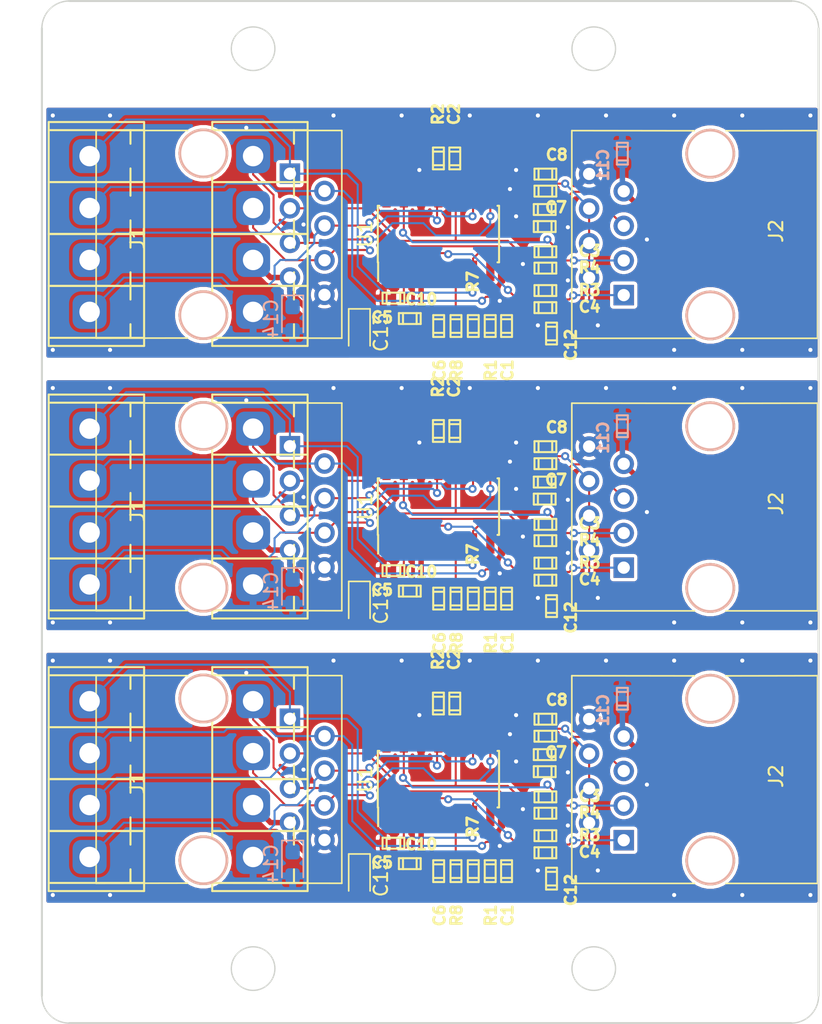
<source format=kicad_pcb>
(kicad_pcb (version 20171130) (host pcbnew "(5.1.0-rc1-120-gc4fe6785a)")
  (layers (0 F.Cu signal) (31 B.Cu signal) (34 B.Paste user) (35 F.Paste user) (36 B.SilkS user) (37 F.SilkS user) (38 B.Mask user) (39 F.Mask user) (44 Edge.Cuts user))
  (net 0 "")
  (net 1 "Net-(C1-Pad2)")
  (net 2 "Net-(C2-Pad2)")
  (net 3 "Net-(C3-Pad1)")
  (net 4 "Net-(C3-Pad2)")
  (net 5 "Net-(C4-Pad2)")
  (net 6 "Net-(C4-Pad1)")
  (net 7 GND)
  (net 8 +5V)
  (net 9 "Net-(C7-Pad2)")
  (net 10 "Net-(C7-Pad1)")
  (net 11 "Net-(C8-Pad2)")
  (net 12 2.5V)
  (net 13 "Net-(C6-Pad2)")
  (module stmbl:R_0603 (layer F.Cu) (at 164.35 80.646 180)
    (fp_text reference R3 (at -3.248 0.04 180) (layer F.SilkS) (effects (font (size 0.8 0.8) (thickness 0.2))))
    (fp_text value 100k)
    (pad 2 smd rect (at 0.75 0 180) (size 0.59 0.8) (layers F.Cu F.Paste F.Mask))
    (pad 1 smd rect (at -0.75 0 180) (size 0.59 0.8) (layers F.Cu F.Paste F.Mask))
  )
  (module stmbl:R_0603 (layer F.Cu) (at 164.35 79 180)
    (fp_text reference R4 (at -3.248 0.04 180) (layer F.SilkS) (effects (font (size 0.8 0.8) (thickness 0.2))))
    (fp_text value 100k)
    (pad 1 smd rect (at -0.75 0 180) (size 0.59 0.8) (layers F.Cu F.Paste F.Mask))
    (pad 2 smd rect (at 0.75 0 180) (size 0.59 0.8) (layers F.Cu F.Paste F.Mask))
  )
  (module stmbl:R_0603 (layer F.Cu) (at 156.5 70.95 270)
    (fp_text reference R2 (at -3.248 0.04 270) (layer F.SilkS) (effects (font (size 0.8 0.8) (thickness 0.2))))
    (fp_text value 100k)
    (pad 2 smd rect (at 0.75 0 270) (size 0.59 0.8) (layers F.Cu F.Paste F.Mask))
    (pad 1 smd rect (at -0.75 0 270) (size 0.59 0.8) (layers F.Cu F.Paste F.Mask))
  )
  (module stmbl:R_0603 (layer F.Cu) (at 164.3 74.7 180)
    (fp_text reference R10 hide)
    (fp_text value 100k)
    (pad 1 smd roundrect (at -0.75 0 180) (size 0.59 0.8) (layers F.Cu F.Paste F.Mask))
    (pad 2 smd roundrect (at 0.75 0 180) (size 0.59 0.8) (layers F.Cu F.Paste F.Mask))
  )
  (module stmbl:C_0603 (layer F.Cu) (at 164.8 83.8 90)
    (fp_text reference C12 (at -0.834 1.416 90) (layer F.SilkS) (effects (font (size 0.8 0.8) (thickness 0.2))))
    (fp_text value C)
    (pad 1 smd roundrect (at -0.75 0 90) (size 0.59 0.8) (layers F.Cu F.Paste F.Mask))
    (pad 2 smd roundrect (at 0.75 0 90) (size 0.59 0.8) (layers F.Cu F.Paste F.Mask))
  )
  (module stmbl:C_0603 (layer F.Cu) (at 154.4 82.7 180)
    (fp_text reference C10 (at -0.834 1.416 180) (layer F.SilkS) (effects (font (size 0.8 0.8) (thickness 0.2))))
    (fp_text value C)
    (pad 1 smd roundrect (at -0.75 0 180) (size 0.59 0.8) (layers F.Cu F.Paste F.Mask))
    (pad 2 smd roundrect (at 0.75 0 180) (size 0.59 0.8) (layers F.Cu F.Paste F.Mask))
  )
  (module stmbl:C_0603 (layer F.Cu) (at 164.35 72.1 180)
    (fp_text reference C8 (at -0.834 1.416 180) (layer F.SilkS) (effects (font (size 0.8 0.8) (thickness 0.2))))
    (fp_text value 27p)
    (pad 1 smd roundrect (at -0.75 0 180) (size 0.59 0.8) (layers F.Cu F.Paste F.Mask))
    (pad 2 smd roundrect (at 0.75 0 180) (size 0.59 0.8) (layers F.Cu F.Paste F.Mask))
  )
  (module Connect:RJ45_8 (layer F.Cu) (at 145.6 72.07 270)
    (fp_text reference J1 (at 4.7 11.18 270) (layer F.SilkS))
    (fp_text value RJ45)
    (pad Hole np_thru_hole circle (at 10.38 6.35 270) (size 3.65 3.65) (drill 3.25) (layers *.Cu *.SilkS *.Mask))
    (pad Hole np_thru_hole circle (at -1.49 6.35 270) (size 3.65 3.65) (drill 3.25) (layers *.Cu *.SilkS *.Mask))
    (pad 1 thru_hole rect (at 0 0 270) (size 1.5 1.5) (drill 0.9) (layers *.Cu *.Mask))
    (pad 2 thru_hole circle (at 1.27 -2.54 270) (size 1.5 1.5) (drill 0.9) (layers *.Cu *.Mask))
    (pad 3 thru_hole circle (at 2.54 0 270) (size 1.5 1.5) (drill 0.9) (layers *.Cu *.Mask))
    (pad 4 thru_hole circle (at 3.81 -2.54 270) (size 1.5 1.5) (drill 0.9) (layers *.Cu *.Mask))
    (pad 5 thru_hole circle (at 5.08 0 270) (size 1.5 1.5) (drill 0.9) (layers *.Cu *.Mask))
    (pad 6 thru_hole circle (at 6.35 -2.54 270) (size 1.5 1.5) (drill 0.9) (layers *.Cu *.Mask))
    (pad 7 thru_hole circle (at 7.62 0 270) (size 1.5 1.5) (drill 0.9) (layers *.Cu *.Mask))
    (pad 8 thru_hole circle (at 8.89 -2.54 270) (size 1.5 1.5) (drill 0.9) (layers *.Cu *.Mask))
  )
  (module stmbl:RM3.81_1x4_UP (layer F.Cu) (at 130.9 70.78 270)
    (fp_text reference J3 hide)
    (fp_text value CONN_01X04 hide)
    (pad 1 thru_hole circle (at 0 0 270) (size 1.8 1.8) (drill 1.5) (layers *.Cu *.Mask))
    (pad 1 smd roundrect (at 0 0 270) (size 2.5 2.5) (layers B.Cu B.Mask))
    (pad 2 thru_hole circle (at 3.81 0 270) (size 1.8 1.8) (drill 1.5) (layers *.Cu *.Mask))
    (pad 2 smd roundrect (at 3.81 0 270) (size 2.5 2.5) (layers B.Cu B.Mask))
    (pad 3 thru_hole circle (at 7.62 0 270) (size 1.8 1.8) (drill 1.5) (layers *.Cu *.Mask))
    (pad 3 smd roundrect (at 7.62 0 270) (size 2.5 2.5) (layers B.Cu B.Mask))
    (pad 4 thru_hole circle (at 11.43 0 270) (size 1.8 1.8) (drill 1.5) (layers *.Cu *.Mask))
    (pad 4 smd roundrect (at 11.43 0 270) (size 2.5 2.5) (layers B.Cu B.Mask))
  )
  (module stmbl:R_0603 (layer F.Cu) (at 157.788 83.25 90)
    (fp_text reference R8 (at -3.248 0.04 90) (layer F.SilkS) (effects (font (size 0.8 0.8) (thickness 0.2))))
    (fp_text value 120)
    (pad 2 smd rect (at 0.75 0 90) (size 0.59 0.8) (layers F.Cu F.Paste F.Mask))
    (pad 1 smd rect (at -0.75 0 90) (size 0.59 0.8) (layers F.Cu F.Paste F.Mask))
  )
  (module Package_SO:SOIC-14_3.9x8.7mm_P1.27mm (layer F.Cu) (at 156.5 76.5 90)
    (fp_text reference U1 (at 0 -5.375 90) (layer F.SilkS))
    (fp_text value LM339)
    (pad 1 smd rect (at -2.7 -3.81 90) (size 1.5 0.6) (layers F.Cu F.Paste F.Mask))
    (pad 2 smd rect (at -2.7 -2.54 90) (size 1.5 0.6) (layers F.Cu F.Paste F.Mask))
    (pad 3 smd rect (at -2.7 -1.27 90) (size 1.5 0.6) (layers F.Cu F.Paste F.Mask))
    (pad 4 smd rect (at -2.7 0 90) (size 1.5 0.6) (layers F.Cu F.Paste F.Mask))
    (pad 5 smd rect (at -2.7 1.27 90) (size 1.5 0.6) (layers F.Cu F.Paste F.Mask))
    (pad 6 smd rect (at -2.7 2.54 90) (size 1.5 0.6) (layers F.Cu F.Paste F.Mask))
    (pad 7 smd rect (at -2.7 3.81 90) (size 1.5 0.6) (layers F.Cu F.Paste F.Mask))
    (pad 8 smd rect (at 2.7 3.81 90) (size 1.5 0.6) (layers F.Cu F.Paste F.Mask))
    (pad 9 smd rect (at 2.7 2.54 90) (size 1.5 0.6) (layers F.Cu F.Paste F.Mask))
    (pad 10 smd rect (at 2.7 1.27 90) (size 1.5 0.6) (layers F.Cu F.Paste F.Mask))
    (pad 11 smd rect (at 2.7 0 90) (size 1.5 0.6) (layers F.Cu F.Paste F.Mask))
    (pad 12 smd rect (at 2.7 -1.27 90) (size 1.5 0.6) (layers F.Cu F.Paste F.Mask))
    (pad 13 smd rect (at 2.7 -2.54 90) (size 1.5 0.6) (layers F.Cu F.Paste F.Mask))
    (pad 14 smd rect (at 2.7 -3.81 90) (size 1.5 0.6) (layers F.Cu F.Paste F.Mask))
  )
  (module stmbl:C_0603 (layer F.Cu) (at 161.5 83.25 90)
    (fp_text reference C1 (at -3.248 0.064 90) (layer F.SilkS) (effects (font (size 0.8 0.8) (thickness 0.2))))
    (fp_text value 27p)
    (pad 1 smd rect (at -0.75 0 90) (size 0.59 0.8) (layers F.Cu F.Paste F.Mask))
    (pad 2 smd rect (at 0.75 0 90) (size 0.59 0.8) (layers F.Cu F.Paste F.Mask))
  )
  (module stmbl:C_0603 (layer F.Cu) (at 156.518 83.25 90)
    (fp_text reference C6 (at -3.248 0.064 90) (layer F.SilkS) (effects (font (size 0.8 0.8) (thickness 0.2))))
    (fp_text value 100n)
    (pad 2 smd rect (at 0.75 0 90) (size 0.59 0.8) (layers F.Cu F.Paste F.Mask))
    (pad 1 smd rect (at -0.75 0 90) (size 0.59 0.8) (layers F.Cu F.Paste F.Mask))
  )
  (module stmbl:C_0603 (layer F.Cu) (at 157.7 70.95 270)
    (fp_text reference C2 (at -3.248 0.064 270) (layer F.SilkS) (effects (font (size 0.8 0.8) (thickness 0.2))))
    (fp_text value 27p)
    (pad 2 smd rect (at 0.75 0 270) (size 0.59 0.8) (layers F.Cu F.Paste F.Mask))
    (pad 1 smd rect (at -0.75 0 270) (size 0.59 0.8) (layers F.Cu F.Paste F.Mask))
  )
  (module stmbl:R_0603 (layer F.Cu) (at 160.3 83.25 90)
    (fp_text reference R1 (at -3.248 0.04 90) (layer F.SilkS) (effects (font (size 0.8 0.8) (thickness 0.2))))
    (fp_text value 100k)
    (pad 1 smd rect (at -0.75 0 90) (size 0.59 0.8) (layers F.Cu F.Paste F.Mask))
    (pad 2 smd rect (at 0.75 0 90) (size 0.59 0.8) (layers F.Cu F.Paste F.Mask))
  )
  (module stmbl:R_0603 (layer F.Cu) (at 159.058 83.25 270)
    (fp_text reference R7 (at -3.248 0.04 270) (layer F.SilkS) (effects (font (size 0.8 0.8) (thickness 0.2))))
    (fp_text value 120)
    (pad 1 smd rect (at -0.75 0 270) (size 0.59 0.8) (layers F.Cu F.Paste F.Mask))
    (pad 2 smd rect (at 0.75 0 270) (size 0.59 0.8) (layers F.Cu F.Paste F.Mask))
  )
  (module stmbl:C_0603 (layer F.Cu) (at 164.35 77.8 180)
    (fp_text reference C3 (at -3.248 0.064 180) (layer F.SilkS) (effects (font (size 0.8 0.8) (thickness 0.2))))
    (fp_text value 27p)
    (pad 2 smd rect (at 0.75 0 180) (size 0.59 0.8) (layers F.Cu F.Paste F.Mask))
    (pad 1 smd rect (at -0.75 0 180) (size 0.59 0.8) (layers F.Cu F.Paste F.Mask))
  )
  (module stmbl:RM3.81_1x4_UP (layer F.Cu) (at 142.9 70.78 270)
    (fp_text reference J4 hide)
    (fp_text value CONN_01X04 hide)
    (pad 1 thru_hole circle (at 0 0 270) (size 1.8 1.8) (drill 1.5) (layers *.Cu *.Mask))
    (pad 1 smd roundrect (at 0 0 270) (size 2.5 2.5) (layers B.Cu B.Mask))
    (pad 2 thru_hole circle (at 3.81 0 270) (size 1.8 1.8) (drill 1.5) (layers *.Cu *.Mask))
    (pad 2 smd roundrect (at 3.81 0 270) (size 2.5 2.5) (layers B.Cu B.Mask))
    (pad 3 thru_hole circle (at 7.62 0 270) (size 1.8 1.8) (drill 1.5) (layers *.Cu *.Mask))
    (pad 3 smd roundrect (at 7.62 0 270) (size 2.5 2.5) (layers B.Cu B.Mask))
    (pad 4 thru_hole circle (at 11.43 0 270) (size 1.8 1.8) (drill 1.5) (layers *.Cu *.Mask))
    (pad 4 smd roundrect (at 11.43 0 270) (size 2.5 2.5) (layers B.Cu B.Mask))
  )
  (module stmbl:C_0603 (layer F.Cu) (at 164.3 75.95 180)
    (fp_text reference C7 (at -0.834 1.416 180) (layer F.SilkS) (effects (font (size 0.8 0.8) (thickness 0.2))))
    (fp_text value 27p)
    (pad 1 smd roundrect (at -0.75 0 180) (size 0.59 0.8) (layers F.Cu F.Paste F.Mask))
    (pad 2 smd roundrect (at 0.75 0 180) (size 0.59 0.8) (layers F.Cu F.Paste F.Mask))
  )
  (module stmbl:R_0603 (layer F.Cu) (at 164.35 73.35 180)
    (fp_text reference R9 hide)
    (fp_text value 100k)
    (pad 1 smd roundrect (at -0.75 0 180) (size 0.59 0.8) (layers F.Cu F.Paste F.Mask))
    (pad 2 smd roundrect (at 0.75 0 180) (size 0.59 0.8) (layers F.Cu F.Paste F.Mask))
  )
  (module Capacitor_Tantalum_SMD:CP_EIA-2012-15_AVX-P (layer B.Cu) (at 145.8 82.7125 270)
    (fp_text reference C14 (at 0 1.58 270) (layer B.SilkS) (effects (justify mirror)))
    (fp_text value CP)
    (pad 1 smd roundrect (at -0.8875 0 270) (size 1.125 1.05) (layers B.Cu B.Paste B.Mask) (roundrect_rratio 0.238095))
    (pad 2 smd roundrect (at 0.8875 0 270) (size 1.125 1.05) (layers B.Cu B.Paste B.Mask) (roundrect_rratio 0.238095))
  )
  (module stmbl:C_0603 (layer B.Cu) (at 170 70.6 90)
    (fp_text reference C11 (at -0.834 -1.416 90) (layer B.SilkS) (effects (font (size 0.8 0.8) (thickness 0.2)) (justify mirror)))
    (fp_text value C)
    (pad 1 smd roundrect (at -0.75 0 90) (size 0.59 0.8) (layers B.Cu B.Paste B.Mask))
    (pad 2 smd roundrect (at 0.75 0 90) (size 0.59 0.8) (layers B.Cu B.Paste B.Mask))
  )
  (module Connect:RJ45_8 (layer F.Cu) (at 170.1 80.98 90)
    (fp_text reference J2 (at 4.7 11.18 90) (layer F.SilkS))
    (fp_text value RJ45)
    (pad 8 thru_hole circle (at 8.89 -2.54 90) (size 1.5 1.5) (drill 0.9) (layers *.Cu *.Mask))
    (pad 7 thru_hole circle (at 7.62 0 90) (size 1.5 1.5) (drill 0.9) (layers *.Cu *.Mask))
    (pad 6 thru_hole circle (at 6.35 -2.54 90) (size 1.5 1.5) (drill 0.9) (layers *.Cu *.Mask))
    (pad 5 thru_hole circle (at 5.08 0 90) (size 1.5 1.5) (drill 0.9) (layers *.Cu *.Mask))
    (pad 4 thru_hole circle (at 3.81 -2.54 90) (size 1.5 1.5) (drill 0.9) (layers *.Cu *.Mask))
    (pad 3 thru_hole circle (at 2.54 0 90) (size 1.5 1.5) (drill 0.9) (layers *.Cu *.Mask))
    (pad 2 thru_hole circle (at 1.27 -2.54 90) (size 1.5 1.5) (drill 0.9) (layers *.Cu *.Mask))
    (pad 1 thru_hole rect (at 0 0 90) (size 1.5 1.5) (drill 0.9) (layers *.Cu *.Mask))
    (pad Hole np_thru_hole circle (at -1.49 6.35 90) (size 3.65 3.65) (drill 3.25) (layers *.Cu *.SilkS *.Mask))
    (pad Hole np_thru_hole circle (at 10.38 6.35 90) (size 3.65 3.65) (drill 3.25) (layers *.Cu *.SilkS *.Mask))
  )
  (module Capacitor_Tantalum_SMD:CP_EIA-2012-15_AVX-P (layer F.Cu) (at 150.7 83.7 270)
    (fp_text reference C13 (at 0 -1.58 270) (layer F.SilkS))
    (fp_text value CP)
    (pad 1 smd roundrect (at -0.8875 0 270) (size 1.125 1.05) (layers F.Cu F.Paste F.Mask) (roundrect_rratio 0.238095))
    (pad 2 smd roundrect (at 0.8875 0 270) (size 1.125 1.05) (layers F.Cu F.Paste F.Mask) (roundrect_rratio 0.238095))
  )
  (module stmbl:C_0603 (layer F.Cu) (at 153.2 81.2)
    (fp_text reference C5 (at -0.834 1.416) (layer F.SilkS) (effects (font (size 0.8 0.8) (thickness 0.2))))
    (fp_text value 100n)
    (pad 1 smd roundrect (at -0.75 0) (size 0.59 0.8) (layers F.Cu F.Paste F.Mask))
    (pad 2 smd roundrect (at 0.75 0) (size 0.59 0.8) (layers F.Cu F.Paste F.Mask))
  )
  (module stmbl:C_0603 (layer F.Cu) (at 164.35 81.9 180)
    (fp_text reference C4 (at -3.248 0.064 180) (layer F.SilkS) (effects (font (size 0.8 0.8) (thickness 0.2))))
    (fp_text value 27p)
    (pad 1 smd rect (at -0.75 0 180) (size 0.59 0.8) (layers F.Cu F.Paste F.Mask))
    (pad 2 smd rect (at 0.75 0 180) (size 0.59 0.8) (layers F.Cu F.Paste F.Mask))
  )
  (module stmbl:R_0603 (layer F.Cu) (at 164.35 120.646 180)
    (fp_text reference R3 (at -3.248 0.04 180) (layer F.SilkS) (effects (font (size 0.8 0.8) (thickness 0.2))))
    (fp_text value 100k)
    (pad 2 smd rect (at 0.75 0 180) (size 0.59 0.8) (layers F.Cu F.Paste F.Mask))
    (pad 1 smd rect (at -0.75 0 180) (size 0.59 0.8) (layers F.Cu F.Paste F.Mask))
  )
  (module stmbl:R_0603 (layer F.Cu) (at 164.35 119 180)
    (fp_text reference R4 (at -3.248 0.04 180) (layer F.SilkS) (effects (font (size 0.8 0.8) (thickness 0.2))))
    (fp_text value 100k)
    (pad 1 smd rect (at -0.75 0 180) (size 0.59 0.8) (layers F.Cu F.Paste F.Mask))
    (pad 2 smd rect (at 0.75 0 180) (size 0.59 0.8) (layers F.Cu F.Paste F.Mask))
  )
  (module stmbl:R_0603 (layer F.Cu) (at 156.5 110.95 270)
    (fp_text reference R2 (at -3.248 0.04 270) (layer F.SilkS) (effects (font (size 0.8 0.8) (thickness 0.2))))
    (fp_text value 100k)
    (pad 2 smd rect (at 0.75 0 270) (size 0.59 0.8) (layers F.Cu F.Paste F.Mask))
    (pad 1 smd rect (at -0.75 0 270) (size 0.59 0.8) (layers F.Cu F.Paste F.Mask))
  )
  (module stmbl:R_0603 (layer F.Cu) (at 164.3 114.7 180)
    (fp_text reference R10 hide)
    (fp_text value 100k)
    (pad 1 smd roundrect (at -0.75 0 180) (size 0.59 0.8) (layers F.Cu F.Paste F.Mask))
    (pad 2 smd roundrect (at 0.75 0 180) (size 0.59 0.8) (layers F.Cu F.Paste F.Mask))
  )
  (module stmbl:C_0603 (layer F.Cu) (at 164.8 123.8 90)
    (fp_text reference C12 (at -0.834 1.416 90) (layer F.SilkS) (effects (font (size 0.8 0.8) (thickness 0.2))))
    (fp_text value C)
    (pad 1 smd roundrect (at -0.75 0 90) (size 0.59 0.8) (layers F.Cu F.Paste F.Mask))
    (pad 2 smd roundrect (at 0.75 0 90) (size 0.59 0.8) (layers F.Cu F.Paste F.Mask))
  )
  (module stmbl:C_0603 (layer F.Cu) (at 154.4 122.7 180)
    (fp_text reference C10 (at -0.834 1.416 180) (layer F.SilkS) (effects (font (size 0.8 0.8) (thickness 0.2))))
    (fp_text value C)
    (pad 1 smd roundrect (at -0.75 0 180) (size 0.59 0.8) (layers F.Cu F.Paste F.Mask))
    (pad 2 smd roundrect (at 0.75 0 180) (size 0.59 0.8) (layers F.Cu F.Paste F.Mask))
  )
  (module stmbl:C_0603 (layer F.Cu) (at 164.35 112.1 180)
    (fp_text reference C8 (at -0.834 1.416 180) (layer F.SilkS) (effects (font (size 0.8 0.8) (thickness 0.2))))
    (fp_text value 27p)
    (pad 1 smd roundrect (at -0.75 0 180) (size 0.59 0.8) (layers F.Cu F.Paste F.Mask))
    (pad 2 smd roundrect (at 0.75 0 180) (size 0.59 0.8) (layers F.Cu F.Paste F.Mask))
  )
  (module Connect:RJ45_8 (layer F.Cu) (at 145.6 112.07 270)
    (fp_text reference J1 (at 4.7 11.18 270) (layer F.SilkS))
    (fp_text value RJ45)
    (pad Hole np_thru_hole circle (at 10.38 6.35 270) (size 3.65 3.65) (drill 3.25) (layers *.Cu *.SilkS *.Mask))
    (pad Hole np_thru_hole circle (at -1.49 6.35 270) (size 3.65 3.65) (drill 3.25) (layers *.Cu *.SilkS *.Mask))
    (pad 1 thru_hole rect (at 0 0 270) (size 1.5 1.5) (drill 0.9) (layers *.Cu *.Mask))
    (pad 2 thru_hole circle (at 1.27 -2.54 270) (size 1.5 1.5) (drill 0.9) (layers *.Cu *.Mask))
    (pad 3 thru_hole circle (at 2.54 0 270) (size 1.5 1.5) (drill 0.9) (layers *.Cu *.Mask))
    (pad 4 thru_hole circle (at 3.81 -2.54 270) (size 1.5 1.5) (drill 0.9) (layers *.Cu *.Mask))
    (pad 5 thru_hole circle (at 5.08 0 270) (size 1.5 1.5) (drill 0.9) (layers *.Cu *.Mask))
    (pad 6 thru_hole circle (at 6.35 -2.54 270) (size 1.5 1.5) (drill 0.9) (layers *.Cu *.Mask))
    (pad 7 thru_hole circle (at 7.62 0 270) (size 1.5 1.5) (drill 0.9) (layers *.Cu *.Mask))
    (pad 8 thru_hole circle (at 8.89 -2.54 270) (size 1.5 1.5) (drill 0.9) (layers *.Cu *.Mask))
  )
  (module stmbl:RM3.81_1x4_UP (layer F.Cu) (at 130.9 110.78 270)
    (fp_text reference J3 hide)
    (fp_text value CONN_01X04 hide)
    (pad 1 thru_hole circle (at 0 0 270) (size 1.8 1.8) (drill 1.5) (layers *.Cu *.Mask))
    (pad 1 smd roundrect (at 0 0 270) (size 2.5 2.5) (layers B.Cu B.Mask))
    (pad 2 thru_hole circle (at 3.81 0 270) (size 1.8 1.8) (drill 1.5) (layers *.Cu *.Mask))
    (pad 2 smd roundrect (at 3.81 0 270) (size 2.5 2.5) (layers B.Cu B.Mask))
    (pad 3 thru_hole circle (at 7.62 0 270) (size 1.8 1.8) (drill 1.5) (layers *.Cu *.Mask))
    (pad 3 smd roundrect (at 7.62 0 270) (size 2.5 2.5) (layers B.Cu B.Mask))
    (pad 4 thru_hole circle (at 11.43 0 270) (size 1.8 1.8) (drill 1.5) (layers *.Cu *.Mask))
    (pad 4 smd roundrect (at 11.43 0 270) (size 2.5 2.5) (layers B.Cu B.Mask))
  )
  (module stmbl:R_0603 (layer F.Cu) (at 157.788 123.25 90)
    (fp_text reference R8 (at -3.248 0.04 90) (layer F.SilkS) (effects (font (size 0.8 0.8) (thickness 0.2))))
    (fp_text value 120)
    (pad 2 smd rect (at 0.75 0 90) (size 0.59 0.8) (layers F.Cu F.Paste F.Mask))
    (pad 1 smd rect (at -0.75 0 90) (size 0.59 0.8) (layers F.Cu F.Paste F.Mask))
  )
  (module Package_SO:SOIC-14_3.9x8.7mm_P1.27mm (layer F.Cu) (at 156.5 116.5 90)
    (fp_text reference U1 (at 0 -5.375 90) (layer F.SilkS))
    (fp_text value LM339)
    (pad 1 smd rect (at -2.7 -3.81 90) (size 1.5 0.6) (layers F.Cu F.Paste F.Mask))
    (pad 2 smd rect (at -2.7 -2.54 90) (size 1.5 0.6) (layers F.Cu F.Paste F.Mask))
    (pad 3 smd rect (at -2.7 -1.27 90) (size 1.5 0.6) (layers F.Cu F.Paste F.Mask))
    (pad 4 smd rect (at -2.7 0 90) (size 1.5 0.6) (layers F.Cu F.Paste F.Mask))
    (pad 5 smd rect (at -2.7 1.27 90) (size 1.5 0.6) (layers F.Cu F.Paste F.Mask))
    (pad 6 smd rect (at -2.7 2.54 90) (size 1.5 0.6) (layers F.Cu F.Paste F.Mask))
    (pad 7 smd rect (at -2.7 3.81 90) (size 1.5 0.6) (layers F.Cu F.Paste F.Mask))
    (pad 8 smd rect (at 2.7 3.81 90) (size 1.5 0.6) (layers F.Cu F.Paste F.Mask))
    (pad 9 smd rect (at 2.7 2.54 90) (size 1.5 0.6) (layers F.Cu F.Paste F.Mask))
    (pad 10 smd rect (at 2.7 1.27 90) (size 1.5 0.6) (layers F.Cu F.Paste F.Mask))
    (pad 11 smd rect (at 2.7 0 90) (size 1.5 0.6) (layers F.Cu F.Paste F.Mask))
    (pad 12 smd rect (at 2.7 -1.27 90) (size 1.5 0.6) (layers F.Cu F.Paste F.Mask))
    (pad 13 smd rect (at 2.7 -2.54 90) (size 1.5 0.6) (layers F.Cu F.Paste F.Mask))
    (pad 14 smd rect (at 2.7 -3.81 90) (size 1.5 0.6) (layers F.Cu F.Paste F.Mask))
  )
  (module stmbl:C_0603 (layer F.Cu) (at 161.5 123.25 90)
    (fp_text reference C1 (at -3.248 0.064 90) (layer F.SilkS) (effects (font (size 0.8 0.8) (thickness 0.2))))
    (fp_text value 27p)
    (pad 1 smd rect (at -0.75 0 90) (size 0.59 0.8) (layers F.Cu F.Paste F.Mask))
    (pad 2 smd rect (at 0.75 0 90) (size 0.59 0.8) (layers F.Cu F.Paste F.Mask))
  )
  (module stmbl:C_0603 (layer F.Cu) (at 156.518 123.25 90)
    (fp_text reference C6 (at -3.248 0.064 90) (layer F.SilkS) (effects (font (size 0.8 0.8) (thickness 0.2))))
    (fp_text value 100n)
    (pad 2 smd rect (at 0.75 0 90) (size 0.59 0.8) (layers F.Cu F.Paste F.Mask))
    (pad 1 smd rect (at -0.75 0 90) (size 0.59 0.8) (layers F.Cu F.Paste F.Mask))
  )
  (module stmbl:C_0603 (layer F.Cu) (at 157.7 110.95 270)
    (fp_text reference C2 (at -3.248 0.064 270) (layer F.SilkS) (effects (font (size 0.8 0.8) (thickness 0.2))))
    (fp_text value 27p)
    (pad 2 smd rect (at 0.75 0 270) (size 0.59 0.8) (layers F.Cu F.Paste F.Mask))
    (pad 1 smd rect (at -0.75 0 270) (size 0.59 0.8) (layers F.Cu F.Paste F.Mask))
  )
  (module stmbl:R_0603 (layer F.Cu) (at 160.3 123.25 90)
    (fp_text reference R1 (at -3.248 0.04 90) (layer F.SilkS) (effects (font (size 0.8 0.8) (thickness 0.2))))
    (fp_text value 100k)
    (pad 1 smd rect (at -0.75 0 90) (size 0.59 0.8) (layers F.Cu F.Paste F.Mask))
    (pad 2 smd rect (at 0.75 0 90) (size 0.59 0.8) (layers F.Cu F.Paste F.Mask))
  )
  (module stmbl:R_0603 (layer F.Cu) (at 159.058 123.25 270)
    (fp_text reference R7 (at -3.248 0.04 270) (layer F.SilkS) (effects (font (size 0.8 0.8) (thickness 0.2))))
    (fp_text value 120)
    (pad 1 smd rect (at -0.75 0 270) (size 0.59 0.8) (layers F.Cu F.Paste F.Mask))
    (pad 2 smd rect (at 0.75 0 270) (size 0.59 0.8) (layers F.Cu F.Paste F.Mask))
  )
  (module stmbl:C_0603 (layer F.Cu) (at 164.35 117.8 180)
    (fp_text reference C3 (at -3.248 0.064 180) (layer F.SilkS) (effects (font (size 0.8 0.8) (thickness 0.2))))
    (fp_text value 27p)
    (pad 2 smd rect (at 0.75 0 180) (size 0.59 0.8) (layers F.Cu F.Paste F.Mask))
    (pad 1 smd rect (at -0.75 0 180) (size 0.59 0.8) (layers F.Cu F.Paste F.Mask))
  )
  (module stmbl:RM3.81_1x4_UP (layer F.Cu) (at 142.9 110.78 270)
    (fp_text reference J4 hide)
    (fp_text value CONN_01X04 hide)
    (pad 1 thru_hole circle (at 0 0 270) (size 1.8 1.8) (drill 1.5) (layers *.Cu *.Mask))
    (pad 1 smd roundrect (at 0 0 270) (size 2.5 2.5) (layers B.Cu B.Mask))
    (pad 2 thru_hole circle (at 3.81 0 270) (size 1.8 1.8) (drill 1.5) (layers *.Cu *.Mask))
    (pad 2 smd roundrect (at 3.81 0 270) (size 2.5 2.5) (layers B.Cu B.Mask))
    (pad 3 thru_hole circle (at 7.62 0 270) (size 1.8 1.8) (drill 1.5) (layers *.Cu *.Mask))
    (pad 3 smd roundrect (at 7.62 0 270) (size 2.5 2.5) (layers B.Cu B.Mask))
    (pad 4 thru_hole circle (at 11.43 0 270) (size 1.8 1.8) (drill 1.5) (layers *.Cu *.Mask))
    (pad 4 smd roundrect (at 11.43 0 270) (size 2.5 2.5) (layers B.Cu B.Mask))
  )
  (module stmbl:C_0603 (layer F.Cu) (at 164.3 115.95 180)
    (fp_text reference C7 (at -0.834 1.416 180) (layer F.SilkS) (effects (font (size 0.8 0.8) (thickness 0.2))))
    (fp_text value 27p)
    (pad 1 smd roundrect (at -0.75 0 180) (size 0.59 0.8) (layers F.Cu F.Paste F.Mask))
    (pad 2 smd roundrect (at 0.75 0 180) (size 0.59 0.8) (layers F.Cu F.Paste F.Mask))
  )
  (module stmbl:R_0603 (layer F.Cu) (at 164.35 113.35 180)
    (fp_text reference R9 hide)
    (fp_text value 100k)
    (pad 1 smd roundrect (at -0.75 0 180) (size 0.59 0.8) (layers F.Cu F.Paste F.Mask))
    (pad 2 smd roundrect (at 0.75 0 180) (size 0.59 0.8) (layers F.Cu F.Paste F.Mask))
  )
  (module Capacitor_Tantalum_SMD:CP_EIA-2012-15_AVX-P (layer B.Cu) (at 145.8 122.7125 270)
    (fp_text reference C14 (at 0 1.58 270) (layer B.SilkS) (effects (justify mirror)))
    (fp_text value CP)
    (pad 1 smd roundrect (at -0.8875 0 270) (size 1.125 1.05) (layers B.Cu B.Paste B.Mask) (roundrect_rratio 0.238095))
    (pad 2 smd roundrect (at 0.8875 0 270) (size 1.125 1.05) (layers B.Cu B.Paste B.Mask) (roundrect_rratio 0.238095))
  )
  (module stmbl:C_0603 (layer B.Cu) (at 170 110.6 90)
    (fp_text reference C11 (at -0.834 -1.416 90) (layer B.SilkS) (effects (font (size 0.8 0.8) (thickness 0.2)) (justify mirror)))
    (fp_text value C)
    (pad 1 smd roundrect (at -0.75 0 90) (size 0.59 0.8) (layers B.Cu B.Paste B.Mask))
    (pad 2 smd roundrect (at 0.75 0 90) (size 0.59 0.8) (layers B.Cu B.Paste B.Mask))
  )
  (module Connect:RJ45_8 (layer F.Cu) (at 170.1 120.98 90)
    (fp_text reference J2 (at 4.7 11.18 90) (layer F.SilkS))
    (fp_text value RJ45)
    (pad 8 thru_hole circle (at 8.89 -2.54 90) (size 1.5 1.5) (drill 0.9) (layers *.Cu *.Mask))
    (pad 7 thru_hole circle (at 7.62 0 90) (size 1.5 1.5) (drill 0.9) (layers *.Cu *.Mask))
    (pad 6 thru_hole circle (at 6.35 -2.54 90) (size 1.5 1.5) (drill 0.9) (layers *.Cu *.Mask))
    (pad 5 thru_hole circle (at 5.08 0 90) (size 1.5 1.5) (drill 0.9) (layers *.Cu *.Mask))
    (pad 4 thru_hole circle (at 3.81 -2.54 90) (size 1.5 1.5) (drill 0.9) (layers *.Cu *.Mask))
    (pad 3 thru_hole circle (at 2.54 0 90) (size 1.5 1.5) (drill 0.9) (layers *.Cu *.Mask))
    (pad 2 thru_hole circle (at 1.27 -2.54 90) (size 1.5 1.5) (drill 0.9) (layers *.Cu *.Mask))
    (pad 1 thru_hole rect (at 0 0 90) (size 1.5 1.5) (drill 0.9) (layers *.Cu *.Mask))
    (pad Hole np_thru_hole circle (at -1.49 6.35 90) (size 3.65 3.65) (drill 3.25) (layers *.Cu *.SilkS *.Mask))
    (pad Hole np_thru_hole circle (at 10.38 6.35 90) (size 3.65 3.65) (drill 3.25) (layers *.Cu *.SilkS *.Mask))
  )
  (module Capacitor_Tantalum_SMD:CP_EIA-2012-15_AVX-P (layer F.Cu) (at 150.7 123.7 270)
    (fp_text reference C13 (at 0 -1.58 270) (layer F.SilkS))
    (fp_text value CP)
    (pad 1 smd roundrect (at -0.8875 0 270) (size 1.125 1.05) (layers F.Cu F.Paste F.Mask) (roundrect_rratio 0.238095))
    (pad 2 smd roundrect (at 0.8875 0 270) (size 1.125 1.05) (layers F.Cu F.Paste F.Mask) (roundrect_rratio 0.238095))
  )
  (module stmbl:C_0603 (layer F.Cu) (at 153.2 121.2)
    (fp_text reference C5 (at -0.834 1.416) (layer F.SilkS) (effects (font (size 0.8 0.8) (thickness 0.2))))
    (fp_text value 100n)
    (pad 1 smd roundrect (at -0.75 0) (size 0.59 0.8) (layers F.Cu F.Paste F.Mask))
    (pad 2 smd roundrect (at 0.75 0) (size 0.59 0.8) (layers F.Cu F.Paste F.Mask))
  )
  (module stmbl:C_0603 (layer F.Cu) (at 164.35 121.9 180)
    (fp_text reference C4 (at -3.248 0.064 180) (layer F.SilkS) (effects (font (size 0.8 0.8) (thickness 0.2))))
    (fp_text value 27p)
    (pad 1 smd rect (at -0.75 0 180) (size 0.59 0.8) (layers F.Cu F.Paste F.Mask))
    (pad 2 smd rect (at 0.75 0 180) (size 0.59 0.8) (layers F.Cu F.Paste F.Mask))
  )
  (module Package_SO:SOIC-14_3.9x8.7mm_P1.27mm (layer F.Cu) (at 156.5 96.5 90)
    (fp_text reference U1 (at 0 -5.375 90) (layer F.SilkS))
    (fp_text value LM339)
    (pad 14 smd rect (at 2.7 -3.81 90) (size 1.5 0.6) (layers F.Cu F.Paste F.Mask) (net 10 "Net-(C7-Pad1)"))
    (pad 13 smd rect (at 2.7 -2.54 90) (size 1.5 0.6) (layers F.Cu F.Paste F.Mask) (net 3 "Net-(C3-Pad1)"))
    (pad 12 smd rect (at 2.7 -1.27 90) (size 1.5 0.6) (layers F.Cu F.Paste F.Mask) (net 7 GND))
    (pad 11 smd rect (at 2.7 0 90) (size 1.5 0.6) (layers F.Cu F.Paste F.Mask) (net 2 "Net-(C2-Pad2)"))
    (pad 10 smd rect (at 2.7 1.27 90) (size 1.5 0.6) (layers F.Cu F.Paste F.Mask) (net 4 "Net-(C3-Pad2)"))
    (pad 9 smd rect (at 2.7 2.54 90) (size 1.5 0.6) (layers F.Cu F.Paste F.Mask) (net 11 "Net-(C8-Pad2)"))
    (pad 8 smd rect (at 2.7 3.81 90) (size 1.5 0.6) (layers F.Cu F.Paste F.Mask) (net 9 "Net-(C7-Pad2)"))
    (pad 7 smd rect (at -2.7 3.81 90) (size 1.5 0.6) (layers F.Cu F.Paste F.Mask) (net 1 "Net-(C1-Pad2)"))
    (pad 6 smd rect (at -2.7 2.54 90) (size 1.5 0.6) (layers F.Cu F.Paste F.Mask) (net 5 "Net-(C4-Pad2)"))
    (pad 5 smd rect (at -2.7 1.27 90) (size 1.5 0.6) (layers F.Cu F.Paste F.Mask) (net 13 "Net-(C6-Pad2)"))
    (pad 4 smd rect (at -2.7 0 90) (size 1.5 0.6) (layers F.Cu F.Paste F.Mask) (net 12 2.5V))
    (pad 3 smd rect (at -2.7 -1.27 90) (size 1.5 0.6) (layers F.Cu F.Paste F.Mask) (net 8 +5V))
    (pad 2 smd rect (at -2.7 -2.54 90) (size 1.5 0.6) (layers F.Cu F.Paste F.Mask) (net 12 2.5V))
    (pad 1 smd rect (at -2.7 -3.81 90) (size 1.5 0.6) (layers F.Cu F.Paste F.Mask) (net 6 "Net-(C4-Pad1)"))
  )
  (module stmbl:C_0603 (layer F.Cu) (at 153.2 101.2)
    (fp_text reference C5 (at -0.834 1.416) (layer F.SilkS) (effects (font (size 0.8 0.8) (thickness 0.2))))
    (fp_text value 100n)
    (pad 2 smd roundrect (at 0.75 0) (size 0.59 0.8) (layers F.Cu F.Paste F.Mask) (net 12 2.5V))
    (pad 1 smd roundrect (at -0.75 0) (size 0.59 0.8) (layers F.Cu F.Paste F.Mask) (net 7 GND))
  )
  (module Capacitor_Tantalum_SMD:CP_EIA-2012-15_AVX-P (layer B.Cu) (at 145.8 102.7125 270)
    (fp_text reference C14 (at 0 1.58 270) (layer B.SilkS) (effects (justify mirror)))
    (fp_text value CP)
    (pad 2 smd roundrect (at 0.8875 0 270) (size 1.125 1.05) (layers B.Cu B.Paste B.Mask) (roundrect_rratio 0.238095) (net 7 GND))
    (pad 1 smd roundrect (at -0.8875 0 270) (size 1.125 1.05) (layers B.Cu B.Paste B.Mask) (roundrect_rratio 0.238095) (net 8 +5V))
  )
  (module Capacitor_Tantalum_SMD:CP_EIA-2012-15_AVX-P (layer F.Cu) (at 150.7 103.7 270)
    (fp_text reference C13 (at 0 -1.58 270) (layer F.SilkS))
    (fp_text value CP)
    (pad 2 smd roundrect (at 0.8875 0 270) (size 1.125 1.05) (layers F.Cu F.Paste F.Mask) (roundrect_rratio 0.238095) (net 7 GND))
    (pad 1 smd roundrect (at -0.8875 0 270) (size 1.125 1.05) (layers F.Cu F.Paste F.Mask) (roundrect_rratio 0.238095) (net 8 +5V))
  )
  (module stmbl:C_0603 (layer F.Cu) (at 164.8 103.8 90)
    (fp_text reference C12 (at -0.834 1.416 90) (layer F.SilkS) (effects (font (size 0.8 0.8) (thickness 0.2))))
    (fp_text value C)
    (pad 2 smd roundrect (at 0.75 0 90) (size 0.59 0.8) (layers F.Cu F.Paste F.Mask) (net 7 GND))
    (pad 1 smd roundrect (at -0.75 0 90) (size 0.59 0.8) (layers F.Cu F.Paste F.Mask) (net 8 +5V))
  )
  (module stmbl:C_0603 (layer B.Cu) (at 170 90.6 90)
    (fp_text reference C11 (at -0.834 -1.416 90) (layer B.SilkS) (effects (font (size 0.8 0.8) (thickness 0.2)) (justify mirror)))
    (fp_text value C)
    (pad 2 smd roundrect (at 0.75 0 90) (size 0.59 0.8) (layers B.Cu B.Paste B.Mask) (net 7 GND))
    (pad 1 smd roundrect (at -0.75 0 90) (size 0.59 0.8) (layers B.Cu B.Paste B.Mask) (net 8 +5V))
  )
  (module stmbl:C_0603 (layer F.Cu) (at 154.4 102.7 180)
    (fp_text reference C10 (at -0.834 1.416 180) (layer F.SilkS) (effects (font (size 0.8 0.8) (thickness 0.2))))
    (fp_text value C)
    (pad 2 smd roundrect (at 0.75 0 180) (size 0.59 0.8) (layers F.Cu F.Paste F.Mask) (net 7 GND))
    (pad 1 smd roundrect (at -0.75 0 180) (size 0.59 0.8) (layers F.Cu F.Paste F.Mask) (net 8 +5V))
  )
  (module stmbl:R_0603 (layer F.Cu) (at 164.3 94.7 180)
    (fp_text reference R10 hide)
    (fp_text value 100k)
    (pad 2 smd roundrect (at 0.75 0 180) (size 0.59 0.8) (layers F.Cu F.Paste F.Mask) (net 9 "Net-(C7-Pad2)"))
    (pad 1 smd roundrect (at -0.75 0 180) (size 0.59 0.8) (layers F.Cu F.Paste F.Mask) (net 10 "Net-(C7-Pad1)"))
  )
  (module stmbl:R_0603 (layer F.Cu) (at 164.35 93.35 180)
    (fp_text reference R9 hide)
    (fp_text value 100k)
    (pad 2 smd roundrect (at 0.75 0 180) (size 0.59 0.8) (layers F.Cu F.Paste F.Mask) (net 11 "Net-(C8-Pad2)"))
    (pad 1 smd roundrect (at -0.75 0 180) (size 0.59 0.8) (layers F.Cu F.Paste F.Mask) (net 12 2.5V))
  )
  (module stmbl:RM3.81_1x4_UP (layer F.Cu) (at 142.9 90.78 270)
    (fp_text reference J4 hide)
    (fp_text value CONN_01X04 hide)
    (pad 4 smd roundrect (at 11.43 0 270) (size 2.5 2.5) (layers B.Cu B.Mask) (net 7 GND))
    (pad 4 thru_hole circle (at 11.43 0 270) (size 1.8 1.8) (drill 1.5) (layers *.Cu *.Mask) (net 7 GND))
    (pad 3 smd roundrect (at 7.62 0 270) (size 2.5 2.5) (layers B.Cu B.Mask) (net 8 +5V))
    (pad 3 thru_hole circle (at 7.62 0 270) (size 1.8 1.8) (drill 1.5) (layers *.Cu *.Mask) (net 8 +5V))
    (pad 2 smd roundrect (at 3.81 0 270) (size 2.5 2.5) (layers B.Cu B.Mask) (net 2 "Net-(C2-Pad2)"))
    (pad 2 thru_hole circle (at 3.81 0 270) (size 1.8 1.8) (drill 1.5) (layers *.Cu *.Mask) (net 2 "Net-(C2-Pad2)"))
    (pad 1 smd roundrect (at 0 0 270) (size 2.5 2.5) (layers B.Cu B.Mask) (net 9 "Net-(C7-Pad2)"))
    (pad 1 thru_hole circle (at 0 0 270) (size 1.8 1.8) (drill 1.5) (layers *.Cu *.Mask) (net 9 "Net-(C7-Pad2)"))
  )
  (module stmbl:RM3.81_1x4_UP (layer F.Cu) (at 130.9 90.78 270)
    (fp_text reference J3 hide)
    (fp_text value CONN_01X04 hide)
    (pad 4 smd roundrect (at 11.43 0 270) (size 2.5 2.5) (layers B.Cu B.Mask) (net 11 "Net-(C8-Pad2)"))
    (pad 4 thru_hole circle (at 11.43 0 270) (size 1.8 1.8) (drill 1.5) (layers *.Cu *.Mask) (net 11 "Net-(C8-Pad2)"))
    (pad 3 smd roundrect (at 7.62 0 270) (size 2.5 2.5) (layers B.Cu B.Mask) (net 4 "Net-(C3-Pad2)"))
    (pad 3 thru_hole circle (at 7.62 0 270) (size 1.8 1.8) (drill 1.5) (layers *.Cu *.Mask) (net 4 "Net-(C3-Pad2)"))
    (pad 2 smd roundrect (at 3.81 0 270) (size 2.5 2.5) (layers B.Cu B.Mask) (net 1 "Net-(C1-Pad2)"))
    (pad 2 thru_hole circle (at 3.81 0 270) (size 1.8 1.8) (drill 1.5) (layers *.Cu *.Mask) (net 1 "Net-(C1-Pad2)"))
    (pad 1 smd roundrect (at 0 0 270) (size 2.5 2.5) (layers B.Cu B.Mask) (net 5 "Net-(C4-Pad2)"))
    (pad 1 thru_hole circle (at 0 0 270) (size 1.8 1.8) (drill 1.5) (layers *.Cu *.Mask) (net 5 "Net-(C4-Pad2)"))
  )
  (module stmbl:C_0603 (layer F.Cu) (at 164.35 92.1 180)
    (fp_text reference C8 (at -0.834 1.416 180) (layer F.SilkS) (effects (font (size 0.8 0.8) (thickness 0.2))))
    (fp_text value 27p)
    (pad 2 smd roundrect (at 0.75 0 180) (size 0.59 0.8) (layers F.Cu F.Paste F.Mask) (net 11 "Net-(C8-Pad2)"))
    (pad 1 smd roundrect (at -0.75 0 180) (size 0.59 0.8) (layers F.Cu F.Paste F.Mask) (net 12 2.5V))
  )
  (module stmbl:C_0603 (layer F.Cu) (at 164.3 95.95 180)
    (fp_text reference C7 (at -0.834 1.416 180) (layer F.SilkS) (effects (font (size 0.8 0.8) (thickness 0.2))))
    (fp_text value 27p)
    (pad 2 smd roundrect (at 0.75 0 180) (size 0.59 0.8) (layers F.Cu F.Paste F.Mask) (net 9 "Net-(C7-Pad2)"))
    (pad 1 smd roundrect (at -0.75 0 180) (size 0.59 0.8) (layers F.Cu F.Paste F.Mask) (net 10 "Net-(C7-Pad1)"))
  )
  (module Connect:RJ45_8 (layer F.Cu) (at 170.1 100.98 90)
    (fp_text reference J2 (at 4.7 11.18 90) (layer F.SilkS))
    (fp_text value RJ45)
    (pad Hole np_thru_hole circle (at 10.38 6.35 90) (size 3.65 3.65) (drill 3.25) (layers *.Cu *.SilkS *.Mask))
    (pad Hole np_thru_hole circle (at -1.49 6.35 90) (size 3.65 3.65) (drill 3.25) (layers *.Cu *.SilkS *.Mask))
    (pad 1 thru_hole rect (at 0 0 90) (size 1.5 1.5) (drill 0.9) (layers *.Cu *.Mask) (net 6 "Net-(C4-Pad1)"))
    (pad 2 thru_hole circle (at 1.27 -2.54 90) (size 1.5 1.5) (drill 0.9) (layers *.Cu *.Mask) (net 12 2.5V))
    (pad 3 thru_hole circle (at 2.54 0 90) (size 1.5 1.5) (drill 0.9) (layers *.Cu *.Mask) (net 3 "Net-(C3-Pad1)"))
    (pad 4 thru_hole circle (at 3.81 -2.54 90) (size 1.5 1.5) (drill 0.9) (layers *.Cu *.Mask) (net 12 2.5V))
    (pad 5 thru_hole circle (at 5.08 0 90) (size 1.5 1.5) (drill 0.9) (layers *.Cu *.Mask) (net 10 "Net-(C7-Pad1)"))
    (pad 6 thru_hole circle (at 6.35 -2.54 90) (size 1.5 1.5) (drill 0.9) (layers *.Cu *.Mask) (net 12 2.5V))
    (pad 7 thru_hole circle (at 7.62 0 90) (size 1.5 1.5) (drill 0.9) (layers *.Cu *.Mask) (net 8 +5V))
    (pad 8 thru_hole circle (at 8.89 -2.54 90) (size 1.5 1.5) (drill 0.9) (layers *.Cu *.Mask) (net 7 GND))
  )
  (module stmbl:C_0603 (layer F.Cu) (at 161.5 103.25 90)
    (fp_text reference C1 (at -3.248 0.064 90) (layer F.SilkS) (effects (font (size 0.8 0.8) (thickness 0.2))))
    (fp_text value 27p)
    (pad 2 smd rect (at 0.75 0 90) (size 0.59 0.8) (layers F.Cu F.Paste F.Mask) (net 1 "Net-(C1-Pad2)"))
    (pad 1 smd rect (at -0.75 0 90) (size 0.59 0.8) (layers F.Cu F.Paste F.Mask) (net 12 2.5V))
  )
  (module stmbl:C_0603 (layer F.Cu) (at 157.7 90.95 270)
    (fp_text reference C2 (at -3.248 0.064 270) (layer F.SilkS) (effects (font (size 0.8 0.8) (thickness 0.2))))
    (fp_text value 27p)
    (pad 1 smd rect (at -0.75 0 270) (size 0.59 0.8) (layers F.Cu F.Paste F.Mask) (net 12 2.5V))
    (pad 2 smd rect (at 0.75 0 270) (size 0.59 0.8) (layers F.Cu F.Paste F.Mask) (net 2 "Net-(C2-Pad2)"))
  )
  (module stmbl:C_0603 (layer F.Cu) (at 164.35 97.8 180)
    (fp_text reference C3 (at -3.248 0.064 180) (layer F.SilkS) (effects (font (size 0.8 0.8) (thickness 0.2))))
    (fp_text value 27p)
    (pad 1 smd rect (at -0.75 0 180) (size 0.59 0.8) (layers F.Cu F.Paste F.Mask) (net 3 "Net-(C3-Pad1)"))
    (pad 2 smd rect (at 0.75 0 180) (size 0.59 0.8) (layers F.Cu F.Paste F.Mask) (net 4 "Net-(C3-Pad2)"))
  )
  (module stmbl:C_0603 (layer F.Cu) (at 164.35 101.9 180)
    (fp_text reference C4 (at -3.248 0.064 180) (layer F.SilkS) (effects (font (size 0.8 0.8) (thickness 0.2))))
    (fp_text value 27p)
    (pad 2 smd rect (at 0.75 0 180) (size 0.59 0.8) (layers F.Cu F.Paste F.Mask) (net 5 "Net-(C4-Pad2)"))
    (pad 1 smd rect (at -0.75 0 180) (size 0.59 0.8) (layers F.Cu F.Paste F.Mask) (net 6 "Net-(C4-Pad1)"))
  )
  (module stmbl:C_0603 (layer F.Cu) (at 156.518 103.25 90)
    (fp_text reference C6 (at -3.248 0.064 90) (layer F.SilkS) (effects (font (size 0.8 0.8) (thickness 0.2))))
    (fp_text value 100n)
    (pad 1 smd rect (at -0.75 0 90) (size 0.59 0.8) (layers F.Cu F.Paste F.Mask) (net 7 GND))
    (pad 2 smd rect (at 0.75 0 90) (size 0.59 0.8) (layers F.Cu F.Paste F.Mask) (net 13 "Net-(C6-Pad2)"))
  )
  (module Connect:RJ45_8 (layer F.Cu) (at 145.6 92.07 270)
    (fp_text reference J1 (at 4.7 11.18 270) (layer F.SilkS))
    (fp_text value RJ45)
    (pad 8 thru_hole circle (at 8.89 -2.54 270) (size 1.5 1.5) (drill 0.9) (layers *.Cu *.Mask) (net 7 GND))
    (pad 7 thru_hole circle (at 7.62 0 270) (size 1.5 1.5) (drill 0.9) (layers *.Cu *.Mask) (net 8 +5V))
    (pad 6 thru_hole circle (at 6.35 -2.54 270) (size 1.5 1.5) (drill 0.9) (layers *.Cu *.Mask) (net 2 "Net-(C2-Pad2)"))
    (pad 5 thru_hole circle (at 5.08 0 270) (size 1.5 1.5) (drill 0.9) (layers *.Cu *.Mask) (net 9 "Net-(C7-Pad2)"))
    (pad 4 thru_hole circle (at 3.81 -2.54 270) (size 1.5 1.5) (drill 0.9) (layers *.Cu *.Mask) (net 11 "Net-(C8-Pad2)"))
    (pad 3 thru_hole circle (at 2.54 0 270) (size 1.5 1.5) (drill 0.9) (layers *.Cu *.Mask) (net 4 "Net-(C3-Pad2)"))
    (pad 2 thru_hole circle (at 1.27 -2.54 270) (size 1.5 1.5) (drill 0.9) (layers *.Cu *.Mask) (net 1 "Net-(C1-Pad2)"))
    (pad 1 thru_hole rect (at 0 0 270) (size 1.5 1.5) (drill 0.9) (layers *.Cu *.Mask) (net 5 "Net-(C4-Pad2)"))
    (pad Hole np_thru_hole circle (at -1.49 6.35 270) (size 3.65 3.65) (drill 3.25) (layers *.Cu *.SilkS *.Mask))
    (pad Hole np_thru_hole circle (at 10.38 6.35 270) (size 3.65 3.65) (drill 3.25) (layers *.Cu *.SilkS *.Mask))
  )
  (module stmbl:R_0603 (layer F.Cu) (at 160.3 103.25 90)
    (fp_text reference R1 (at -3.248 0.04 90) (layer F.SilkS) (effects (font (size 0.8 0.8) (thickness 0.2))))
    (fp_text value 100k)
    (pad 2 smd rect (at 0.75 0 90) (size 0.59 0.8) (layers F.Cu F.Paste F.Mask) (net 1 "Net-(C1-Pad2)"))
    (pad 1 smd rect (at -0.75 0 90) (size 0.59 0.8) (layers F.Cu F.Paste F.Mask) (net 12 2.5V))
  )
  (module stmbl:R_0603 (layer F.Cu) (at 156.5 90.95 270)
    (fp_text reference R2 (at -3.248 0.04 270) (layer F.SilkS) (effects (font (size 0.8 0.8) (thickness 0.2))))
    (fp_text value 100k)
    (pad 1 smd rect (at -0.75 0 270) (size 0.59 0.8) (layers F.Cu F.Paste F.Mask) (net 12 2.5V))
    (pad 2 smd rect (at 0.75 0 270) (size 0.59 0.8) (layers F.Cu F.Paste F.Mask) (net 2 "Net-(C2-Pad2)"))
  )
  (module stmbl:R_0603 (layer F.Cu) (at 164.35 100.646 180)
    (fp_text reference R3 (at -3.248 0.04 180) (layer F.SilkS) (effects (font (size 0.8 0.8) (thickness 0.2))))
    (fp_text value 100k)
    (pad 1 smd rect (at -0.75 0 180) (size 0.59 0.8) (layers F.Cu F.Paste F.Mask) (net 6 "Net-(C4-Pad1)"))
    (pad 2 smd rect (at 0.75 0 180) (size 0.59 0.8) (layers F.Cu F.Paste F.Mask) (net 5 "Net-(C4-Pad2)"))
  )
  (module stmbl:R_0603 (layer F.Cu) (at 164.35 99 180)
    (fp_text reference R4 (at -3.248 0.04 180) (layer F.SilkS) (effects (font (size 0.8 0.8) (thickness 0.2))))
    (fp_text value 100k)
    (pad 2 smd rect (at 0.75 0 180) (size 0.59 0.8) (layers F.Cu F.Paste F.Mask) (net 4 "Net-(C3-Pad2)"))
    (pad 1 smd rect (at -0.75 0 180) (size 0.59 0.8) (layers F.Cu F.Paste F.Mask) (net 3 "Net-(C3-Pad1)"))
  )
  (module stmbl:R_0603 (layer F.Cu) (at 159.058 103.25 270)
    (fp_text reference R7 (at -3.248 0.04 270) (layer F.SilkS) (effects (font (size 0.8 0.8) (thickness 0.2))))
    (fp_text value 120)
    (pad 2 smd rect (at 0.75 0 270) (size 0.59 0.8) (layers F.Cu F.Paste F.Mask) (net 8 +5V))
    (pad 1 smd rect (at -0.75 0 270) (size 0.59 0.8) (layers F.Cu F.Paste F.Mask) (net 13 "Net-(C6-Pad2)"))
  )
  (module stmbl:R_0603 (layer F.Cu) (at 157.788 103.25 90)
    (fp_text reference R8 (at -3.248 0.04 90) (layer F.SilkS) (effects (font (size 0.8 0.8) (thickness 0.2))))
    (fp_text value 120)
    (pad 1 smd rect (at -0.75 0 90) (size 0.59 0.8) (layers F.Cu F.Paste F.Mask) (net 7 GND))
    (pad 2 smd rect (at 0.75 0 90) (size 0.59 0.8) (layers F.Cu F.Paste F.Mask) (net 13 "Net-(C6-Pad2)"))
  )
  (gr_arc (start 129.4 132.4) (end 127.4 132.4) (angle -90) (layer Edge.Cuts) (width 0.1))
  (gr_arc (start 182.4 132.4) (end 182.4 134.4) (angle -90) (layer Edge.Cuts) (width 0.1))
  (gr_arc (start 182.4 61.4) (end 184.4 61.4) (angle -90) (layer Edge.Cuts) (width 0.1))
  (gr_arc (start 129.4 61.4) (end 129.4 59.4) (angle -90) (layer Edge.Cuts) (width 0.1))
  (gr_circle (center 167.9 62.9) (end 169.5 62.9) (layer Edge.Cuts) (width 0.1))
  (gr_circle (center 142.9 62.9) (end 144.5 62.9) (layer Edge.Cuts) (width 0.1))
  (gr_circle (center 167.9 130.4) (end 169.5 130.4) (layer Edge.Cuts) (width 0.1))
  (gr_circle (center 142.9 130.4) (end 144.5 130.4) (layer Edge.Cuts) (width 0.1))
  (gr_line (start 129.4 59.4) (end 182.4 59.4) (layer Edge.Cuts) (width 0.15))
  (gr_line (start 127.4 132.4) (end 127.4 61.4) (layer Edge.Cuts) (width 0.15))
  (gr_line (start 182.4 134.4) (end 129.4 134.4) (layer Edge.Cuts) (width 0.15))
  (gr_line (start 184.4 61.4) (end 184.4 132.4) (layer Edge.Cuts) (width 0.15))
  (segment (start 159.275736 121.4) (end 159.7 121.4) (width 0.15) (layer B.Cu) (net 0))
  (segment (start 159.999999 121.100001) (end 159.7 121.4) (width 0.15) (layer F.Cu) (net 0))
  (segment (start 160.31 121.100001) (end 159.999999 121.100001) (width 0.15) (layer F.Cu) (net 0))
  (segment (start 150.55 119.95) (end 152 121.4) (width 0.15) (layer B.Cu) (net 0))
  (segment (start 152 121.4) (end 159.275736 121.4) (width 0.15) (layer B.Cu) (net 0))
  (segment (start 149.54 113.34) (end 150.174999 113.974999) (width 0.15) (layer B.Cu) (net 0))
  (segment (start 160.31 120.51) (end 160.31 121.100001) (width 0.15) (layer F.Cu) (net 0))
  (segment (start 150.55 119.95) (end 150.6 120) (width 0.15) (layer B.Cu) (net 0))
  (segment (start 144.05 112.8) (end 141 112.8) (width 0.15) (layer B.Cu) (net 0))
  (segment (start 141 112.8) (end 140.755 113.045) (width 0.15) (layer B.Cu) (net 0))
  (segment (start 144.59 113.34) (end 144.05 112.8) (width 0.15) (layer B.Cu) (net 0))
  (segment (start 132.445 113.045) (end 132.037652 113.452348) (width 0.15) (layer B.Cu) (net 0))
  (segment (start 160.31 120.51) (end 160.31 122.49) (width 0.15) (layer F.Cu) (net 0))
  (segment (start 160.31 122.49) (end 160.3 122.5) (width 0.15) (layer F.Cu) (net 0))
  (segment (start 148.14 113.34) (end 144.59 113.34) (width 0.15) (layer B.Cu) (net 0))
  (segment (start 150.174999 119.574999) (end 150.200001 119.600001) (width 0.15) (layer B.Cu) (net 0))
  (segment (start 140.755 113.045) (end 132.445 113.045) (width 0.15) (layer B.Cu) (net 0))
  (segment (start 150.174999 113.974999) (end 150.174999 119.574999) (width 0.15) (layer B.Cu) (net 0))
  (segment (start 160.3 122.5) (end 161.5 122.5) (width 0.15) (layer F.Cu) (net 0))
  (segment (start 150.200001 119.600001) (end 150.55 119.95) (width 0.15) (layer B.Cu) (net 0))
  (segment (start 148.14 113.34) (end 149.54 113.34) (width 0.15) (layer B.Cu) (net 0))
  (segment (start 132.037652 113.452348) (end 130.9 114.59) (width 0.15) (layer B.Cu) (net 0))
  (segment (start 160.31 119.2) (end 160.31 120.51) (width 0.15) (layer F.Cu) (net 0))
  (via (at 159.7 121.4) (size 0.6) (drill 0.3) (layers F.Cu B.Cu) (net 0))
  (segment (start 151.619493 116.324998) (end 152.74449 115.200001) (width 0.15) (layer B.Cu) (net 0))
  (segment (start 156.4 115.5) (end 156.4 113.9) (width 0.15) (layer F.Cu) (net 0))
  (segment (start 151.445001 117.670001) (end 151.475 117.7) (width 0.15) (layer F.Cu) (net 0))
  (segment (start 156.4 113.9) (end 156.5 113.8) (width 0.15) (layer F.Cu) (net 0))
  (segment (start 156.5 111.7) (end 156.5 113.8) (width 0.15) (layer F.Cu) (net 0))
  (via (at 151.475 117.7) (size 0.6) (drill 0.3) (layers F.Cu B.Cu) (net 0))
  (segment (start 156.100001 115.200001) (end 156.4 115.5) (width 0.15) (layer B.Cu) (net 0))
  (segment (start 151.475 117.7) (end 150.924998 117.149998) (width 0.15) (layer B.Cu) (net 0))
  (segment (start 152.74449 115.200001) (end 156.100001 115.200001) (width 0.15) (layer B.Cu) (net 0))
  (segment (start 151.045001 117.670001) (end 151.445001 117.670001) (width 0.15) (layer F.Cu) (net 0))
  (segment (start 148.14 118.42) (end 145.278998 118.42) (width 0.15) (layer F.Cu) (net 0))
  (segment (start 151.045001 117.670001) (end 148.889999 117.670001) (width 0.15) (layer F.Cu) (net 0))
  (segment (start 142.9 115.94) (end 142.9 114.59) (width 0.15) (layer F.Cu) (net 0))
  (via (at 156.4 115.5) (size 0.6) (drill 0.3) (layers F.Cu B.Cu) (net 0))
  (segment (start 150.924998 117.149998) (end 150.924998 116.623998) (width 0.15) (layer B.Cu) (net 0))
  (segment (start 150.924998 116.623998) (end 151.223998 116.324998) (width 0.15) (layer B.Cu) (net 0))
  (segment (start 151.223998 116.324998) (end 151.619493 116.324998) (width 0.15) (layer B.Cu) (net 0))
  (segment (start 148.889999 117.670001) (end 148.14 118.42) (width 0.15) (layer F.Cu) (net 0))
  (segment (start 145.278998 118.42) (end 142.9 116.041002) (width 0.15) (layer F.Cu) (net 0))
  (segment (start 142.9 116.041002) (end 142.9 115.94) (width 0.15) (layer F.Cu) (net 0))
  (segment (start 157.7 111.7) (end 156.5 111.7) (width 0.15) (layer F.Cu) (net 0))
  (segment (start 154.6 117.1) (end 164.3 117.1) (width 0.15) (layer B.Cu) (net 0))
  (segment (start 153.96 113.8) (end 153.96 116.34) (width 0.15) (layer F.Cu) (net 0))
  (segment (start 165.1 117.5) (end 164.5 116.9) (width 0.15) (layer F.Cu) (net 0))
  (via (at 153.9 116.4) (size 0.6) (drill 0.3) (layers F.Cu B.Cu) (net 0))
  (segment (start 153.96 116.34) (end 153.9 116.4) (width 0.15) (layer F.Cu) (net 0))
  (segment (start 165.1 119) (end 165.1 118.5) (width 0.15) (layer F.Cu) (net 0))
  (segment (start 164.3 117.1) (end 164.5 116.9) (width 0.15) (layer B.Cu) (net 0))
  (segment (start 165.1 117.8) (end 165.1 117.5) (width 0.15) (layer F.Cu) (net 0))
  (segment (start 165.16 118.44) (end 165.1 118.5) (width 0.15) (layer F.Cu) (net 0))
  (via (at 166.44 118.44) (size 0.6) (drill 0.3) (layers F.Cu B.Cu) (net 0))
  (segment (start 165.1 118.5) (end 165.1 117.8) (width 0.15) (layer F.Cu) (net 0))
  (segment (start 166.44 118.44) (end 165.16 118.44) (width 0.15) (layer F.Cu) (net 0))
  (segment (start 170.1 118.44) (end 166.44 118.44) (width 0.15) (layer B.Cu) (net 0))
  (via (at 164.5 116.9) (size 0.6) (drill 0.3) (layers F.Cu B.Cu) (net 0))
  (segment (start 153.9 116.4) (end 154.6 117.1) (width 0.15) (layer B.Cu) (net 0))
  (segment (start 145.6 114.95) (end 144.15 116.4) (width 0.15) (layer B.Cu) (net 0))
  (segment (start 145.6 114.61) (end 145.6 114.95) (width 0.15) (layer B.Cu) (net 0))
  (segment (start 145.6 114.61) (end 151.258998 114.61) (width 0.15) (layer F.Cu) (net 0))
  (segment (start 132.037652 117.262348) (end 130.9 118.4) (width 0.15) (layer B.Cu) (net 0))
  (segment (start 153.648998 117) (end 157.7 117) (width 0.15) (layer F.Cu) (net 0))
  (segment (start 163.6 117.8) (end 162.4 117.8) (width 0.15) (layer F.Cu) (net 0))
  (segment (start 163.6 118.3) (end 163.6 117.8) (width 0.15) (layer F.Cu) (net 0))
  (segment (start 162.4 117.8) (end 161.6 117) (width 0.15) (layer F.Cu) (net 0))
  (segment (start 151.258998 114.61) (end 153.648998 117) (width 0.15) (layer F.Cu) (net 0))
  (segment (start 163.6 119) (end 163.6 118.3) (width 0.15) (layer F.Cu) (net 0))
  (segment (start 161.6 117) (end 157.7 117) (width 0.15) (layer F.Cu) (net 0))
  (segment (start 144.15 116.4) (end 132.9 116.4) (width 0.15) (layer B.Cu) (net 0))
  (segment (start 132.9 116.4) (end 132.037652 117.262348) (width 0.15) (layer B.Cu) (net 0))
  (segment (start 157.77 113.8) (end 157.77 116.93) (width 0.15) (layer F.Cu) (net 0))
  (segment (start 157.77 116.93) (end 157.7 117) (width 0.15) (layer F.Cu) (net 0))
  (segment (start 145.6 112.07) (end 149.77 112.07) (width 0.15) (layer B.Cu) (net 0))
  (segment (start 145.6 112.07) (end 145.6 110.1) (width 0.15) (layer B.Cu) (net 0))
  (segment (start 143.6 108.1) (end 133.58 108.1) (width 0.15) (layer B.Cu) (net 0))
  (segment (start 162.546 120.646) (end 162.15 120.25) (width 0.15) (layer F.Cu) (net 0))
  (segment (start 152.5 120.8) (end 158.575736 120.8) (width 0.15) (layer B.Cu) (net 0))
  (segment (start 159.04 119.2) (end 159.04 118.3) (width 0.15) (layer F.Cu) (net 0))
  (segment (start 159.44 117.9) (end 160.8 117.9) (width 0.15) (layer F.Cu) (net 0))
  (segment (start 150.574987 112.874987) (end 150.574987 118.874987) (width 0.15) (layer B.Cu) (net 0))
  (segment (start 163.6 120.646) (end 162.546 120.646) (width 0.15) (layer F.Cu) (net 0))
  (segment (start 145.6 110.1) (end 143.6 108.1) (width 0.15) (layer B.Cu) (net 0))
  (segment (start 132.037652 109.642348) (end 130.9 110.78) (width 0.15) (layer B.Cu) (net 0))
  (segment (start 161.7 119.8) (end 162.15 120.25) (width 0.15) (layer F.Cu) (net 0))
  (segment (start 159.04 118.3) (end 159.44 117.9) (width 0.15) (layer F.Cu) (net 0))
  (segment (start 159.04 119.2) (end 159.04 120.76) (width 0.15) (layer F.Cu) (net 0))
  (segment (start 133.58 108.1) (end 132.037652 109.642348) (width 0.15) (layer B.Cu) (net 0))
  (segment (start 160.8 117.9) (end 161.7 118.8) (width 0.15) (layer F.Cu) (net 0))
  (segment (start 161.7 118.8) (end 161.7 119.8) (width 0.15) (layer F.Cu) (net 0))
  (segment (start 150.574987 118.874987) (end 152.5 120.8) (width 0.15) (layer B.Cu) (net 0))
  (segment (start 149.77 112.07) (end 150.574987 112.874987) (width 0.15) (layer B.Cu) (net 0))
  (segment (start 163.6 120.646) (end 163.6 121.9) (width 0.15) (layer F.Cu) (net 0))
  (via (at 159 120.8) (size 0.6) (drill 0.3) (layers F.Cu B.Cu) (net 0))
  (segment (start 159.04 120.76) (end 159 120.8) (width 0.15) (layer F.Cu) (net 0))
  (segment (start 158.575736 120.8) (end 159 120.8) (width 0.15) (layer B.Cu) (net 0))
  (segment (start 162.15 120.25) (end 162.246 120.346) (width 0.15) (layer F.Cu) (net 0))
  (segment (start 166.100001 121.299999) (end 166.4 121) (width 0.15) (layer F.Cu) (net 0))
  (segment (start 162.1 118.5) (end 161 117.4) (width 0.15) (layer F.Cu) (net 0))
  (segment (start 165.1 120.646) (end 165.1 121.2) (width 0.15) (layer F.Cu) (net 0))
  (segment (start 164.646 120.646) (end 164.4 120.4) (width 0.15) (layer F.Cu) (net 0))
  (segment (start 170.1 120.98) (end 166.42 120.98) (width 0.15) (layer B.Cu) (net 0))
  (segment (start 164.4 120.1) (end 164.1 119.8) (width 0.15) (layer F.Cu) (net 0))
  (segment (start 165.1 121.3) (end 166.100001 121.299999) (width 0.15) (layer F.Cu) (net 0))
  (segment (start 152.69 118.11) (end 152.69 119.2) (width 0.15) (layer F.Cu) (net 0))
  (segment (start 165.1 120.646) (end 164.646 120.646) (width 0.15) (layer F.Cu) (net 0))
  (segment (start 164.4 120.4) (end 164.4 120.1) (width 0.15) (layer F.Cu) (net 0))
  (segment (start 165.1 121.2) (end 165.1 121.3) (width 0.15) (layer F.Cu) (net 0))
  (via (at 166.4 121) (size 0.6) (drill 0.3) (layers F.Cu B.Cu) (net 0))
  (segment (start 164.1 119.8) (end 162.6 119.8) (width 0.15) (layer F.Cu) (net 0))
  (segment (start 165.1 121.3) (end 165.1 121.9) (width 0.15) (layer F.Cu) (net 0))
  (segment (start 162.6 119.8) (end 162.1 119.3) (width 0.15) (layer F.Cu) (net 0))
  (segment (start 162.1 119.3) (end 162.1 118.5) (width 0.15) (layer F.Cu) (net 0))
  (segment (start 161 117.4) (end 153.4 117.4) (width 0.15) (layer F.Cu) (net 0))
  (segment (start 153.4 117.4) (end 152.69 118.11) (width 0.15) (layer F.Cu) (net 0))
  (via (at 132.4 125) (size 0.6) (drill 0.3) (layers F.Cu B.Cu) (net 0))
  (via (at 148.8 107.8) (size 0.6) (drill 0.3) (layers F.Cu B.Cu) (net 0))
  (via (at 161.75 113.2) (size 0.6) (drill 0.3) (layers F.Cu B.Cu) (net 0))
  (via (at 166 116) (size 0.6) (drill 0.3) (layers F.Cu B.Cu) (net 0))
  (via (at 132.4 107.8) (size 0.6) (drill 0.3) (layers F.Cu B.Cu) (net 0))
  (via (at 162.2 115.2) (size 0.6) (drill 0.3) (layers F.Cu B.Cu) (net 0))
  (via (at 171.8 116.9) (size 0.6) (drill 0.3) (layers F.Cu B.Cu) (net 0))
  (via (at 163.8 123.2) (size 0.6) (drill 0.3) (layers F.Cu B.Cu) (net 0))
  (via (at 168.2 123.2) (size 0.6) (drill 0.3) (layers F.Cu B.Cu) (net 0))
  (via (at 161 121.4) (size 0.6) (drill 0.3) (layers F.Cu B.Cu) (net 0))
  (via (at 158.8 107.8) (size 0.6) (drill 0.3) (layers F.Cu B.Cu) (net 0))
  (via (at 128.2 107.8) (size 0.6) (drill 0.3) (layers F.Cu B.Cu) (net 0))
  (via (at 162.7 118.7) (size 0.6) (drill 0.3) (layers F.Cu B.Cu) (net 0))
  (via (at 155.1 111.8) (size 0.6) (drill 0.3) (layers F.Cu B.Cu) (net 0))
  (via (at 146.6 115.8) (size 0.6) (drill 0.3) (layers F.Cu B.Cu) (net 0))
  (via (at 173.8 107.8) (size 0.6) (drill 0.3) (layers F.Cu B.Cu) (net 0))
  (via (at 142.4 108.7) (size 0.6) (drill 0.3) (layers F.Cu B.Cu) (net 0))
  (via (at 173.8 125) (size 0.6) (drill 0.3) (layers F.Cu B.Cu) (net 0))
  (via (at 166 119.9) (size 0.6) (drill 0.3) (layers F.Cu B.Cu) (net 0))
  (via (at 178.8 107.8) (size 0.6) (drill 0.3) (layers F.Cu B.Cu) (net 0))
  (via (at 183.8 107.8) (size 0.6) (drill 0.3) (layers F.Cu B.Cu) (net 0))
  (via (at 162.2 111.8) (size 0.6) (drill 0.3) (layers F.Cu B.Cu) (net 0))
  (via (at 183.8 125) (size 0.6) (drill 0.3) (layers F.Cu B.Cu) (net 0))
  (via (at 178.8 125) (size 0.6) (drill 0.3) (layers F.Cu B.Cu) (net 0))
  (via (at 128.2 125) (size 0.6) (drill 0.3) (layers F.Cu B.Cu) (net 0))
  (via (at 168.8 107.8) (size 0.6) (drill 0.3) (layers F.Cu B.Cu) (net 0))
  (via (at 153.8 107.8) (size 0.6) (drill 0.3) (layers F.Cu B.Cu) (net 0))
  (via (at 163.8 107.8) (size 0.6) (drill 0.3) (layers F.Cu B.Cu) (net 0))
  (segment (start 144.19 119.69) (end 142.9 118.4) (width 0.4) (layer F.Cu) (net 0))
  (segment (start 145.6 119.69) (end 144.19 119.69) (width 0.4) (layer F.Cu) (net 0))
  (segment (start 164.65 124.55) (end 164.4 124.8) (width 0.15) (layer F.Cu) (net 0))
  (segment (start 159 124.8) (end 159.6 124.8) (width 0.4) (layer F.Cu) (net 0))
  (segment (start 155.23 122.62) (end 155.15 122.7) (width 0.4) (layer F.Cu) (net 0))
  (segment (start 172 124.8) (end 172.5 124.3) (width 0.4) (layer F.Cu) (net 0))
  (segment (start 155 124.8) (end 155.2 124.8) (width 0.4) (layer F.Cu) (net 0))
  (segment (start 170 111.35) (end 170 113.26) (width 0.4) (layer B.Cu) (net 0))
  (segment (start 145.6 119.69) (end 145.6 120.75066) (width 0.4) (layer F.Cu) (net 0))
  (segment (start 159.058 124) (end 159.058 124.742) (width 0.15) (layer F.Cu) (net 0))
  (segment (start 155.15 124.75) (end 155.2 124.8) (width 0.4) (layer F.Cu) (net 0))
  (segment (start 145.6 120.75066) (end 147.66184 122.8125) (width 0.4) (layer F.Cu) (net 0))
  (segment (start 159.058 124.742) (end 159 124.8) (width 0.15) (layer F.Cu) (net 0))
  (segment (start 155.23 119.2) (end 155.23 122.62) (width 0.4) (layer F.Cu) (net 0))
  (segment (start 170 113.26) (end 170.1 113.36) (width 0.4) (layer B.Cu) (net 0))
  (segment (start 155.2 124.8) (end 159 124.8) (width 0.4) (layer F.Cu) (net 0))
  (segment (start 172.5 124.3) (end 172.5 115.76) (width 0.4) (layer F.Cu) (net 0))
  (segment (start 147.66184 122.8125) (end 150.075 122.8125) (width 0.4) (layer F.Cu) (net 0))
  (segment (start 164.8 124.55) (end 164.65 124.55) (width 0.15) (layer F.Cu) (net 0))
  (segment (start 145.6 121.625) (end 145.8 121.825) (width 0.4) (layer B.Cu) (net 0))
  (segment (start 172.5 115.76) (end 170.1 113.36) (width 0.4) (layer F.Cu) (net 0))
  (segment (start 150.075 122.8125) (end 150.7 122.8125) (width 0.4) (layer F.Cu) (net 0))
  (segment (start 151.9125 122.8125) (end 153.9 124.8) (width 0.4) (layer F.Cu) (net 0))
  (segment (start 150.7 122.8125) (end 151.9125 122.8125) (width 0.4) (layer F.Cu) (net 0))
  (segment (start 145.6 119.69) (end 145.6 121.625) (width 0.4) (layer B.Cu) (net 0))
  (segment (start 153.9 124.8) (end 155 124.8) (width 0.4) (layer F.Cu) (net 0))
  (segment (start 159.4 124.8) (end 172 124.8) (width 0.4) (layer F.Cu) (net 0))
  (segment (start 155.15 122.7) (end 155.15 124.75) (width 0.4) (layer F.Cu) (net 0))
  (segment (start 151.5 116.9) (end 151.924264 116.9) (width 0.15) (layer B.Cu) (net 0))
  (segment (start 156.3 116.6) (end 159.5 116.6) (width 0.15) (layer B.Cu) (net 0))
  (segment (start 151.924264 116.9) (end 153.124264 115.7) (width 0.15) (layer B.Cu) (net 0))
  (segment (start 155.4 115.7) (end 156.3 116.6) (width 0.15) (layer B.Cu) (net 0))
  (segment (start 159.5 116.6) (end 160.3 115.8) (width 0.15) (layer B.Cu) (net 0))
  (via (at 160.31 115.189992) (size 0.6) (drill 0.3) (layers F.Cu B.Cu) (net 0))
  (segment (start 163.55 114.7) (end 162.9 114.7) (width 0.15) (layer F.Cu) (net 0))
  (segment (start 144.4 113.63) (end 142.9 112.13) (width 0.15) (layer F.Cu) (net 0))
  (segment (start 160.3 115.8) (end 160.3 115.199992) (width 0.15) (layer B.Cu) (net 0))
  (segment (start 153.124264 115.7) (end 155.4 115.7) (width 0.15) (layer B.Cu) (net 0))
  (segment (start 162.9 114.7) (end 162 113.8) (width 0.15) (layer F.Cu) (net 0))
  (segment (start 163.55 115.35) (end 163.55 115.95) (width 0.15) (layer F.Cu) (net 0))
  (segment (start 145.6 117.15) (end 145.6 116.85) (width 0.15) (layer F.Cu) (net 0))
  (segment (start 163.55 114.7) (end 163.55 115.35) (width 0.15) (layer F.Cu) (net 0))
  (segment (start 142.9 112.13) (end 142.9 110.78) (width 0.15) (layer F.Cu) (net 0))
  (segment (start 151.5 116.9) (end 149.5 116.9) (width 0.15) (layer F.Cu) (net 0))
  (segment (start 160.3 115.199992) (end 160.31 115.189992) (width 0.15) (layer B.Cu) (net 0))
  (segment (start 149.5 116.9) (end 149.25 117.15) (width 0.15) (layer F.Cu) (net 0))
  (segment (start 149.25 117.15) (end 145.6 117.15) (width 0.15) (layer F.Cu) (net 0))
  (via (at 151.5 116.9) (size 0.6) (drill 0.3) (layers F.Cu B.Cu) (net 0))
  (segment (start 145.6 116.85) (end 144.4 115.65) (width 0.15) (layer F.Cu) (net 0))
  (segment (start 162 113.8) (end 160.31 113.8) (width 0.15) (layer F.Cu) (net 0))
  (segment (start 160.31 113.8) (end 160.31 115.189992) (width 0.15) (layer F.Cu) (net 0))
  (segment (start 144.4 115.65) (end 144.4 113.63) (width 0.15) (layer F.Cu) (net 0))
  (segment (start 165.9 114.5) (end 165.7 114.7) (width 0.15) (layer F.Cu) (net 0))
  (segment (start 152.69 112.31) (end 152.69 113.8) (width 0.15) (layer F.Cu) (net 0))
  (segment (start 165.05 114.7) (end 165.05 115.95) (width 0.15) (layer F.Cu) (net 0))
  (segment (start 164.47999 111.47999) (end 163.9 110.9) (width 0.15) (layer F.Cu) (net 0))
  (segment (start 165.05 114.7) (end 164.47999 114.12999) (width 0.15) (layer F.Cu) (net 0))
  (segment (start 165.7 114.7) (end 165.05 114.7) (width 0.15) (layer F.Cu) (net 0))
  (segment (start 164.47999 114.12999) (end 164.47999 111.47999) (width 0.15) (layer F.Cu) (net 0))
  (segment (start 165.9 113.85) (end 165.9 114.5) (width 0.15) (layer F.Cu) (net 0))
  (segment (start 169.350001 115.150001) (end 169.350001 114.550001) (width 0.15) (layer F.Cu) (net 0))
  (segment (start 169.350001 114.550001) (end 168.2 113.4) (width 0.15) (layer F.Cu) (net 0))
  (segment (start 168.2 113.4) (end 166.35 113.4) (width 0.15) (layer F.Cu) (net 0))
  (segment (start 154.1 110.9) (end 152.69 112.31) (width 0.15) (layer F.Cu) (net 0))
  (segment (start 170.1 115.9) (end 169.350001 115.150001) (width 0.15) (layer F.Cu) (net 0))
  (segment (start 163.9 110.9) (end 154.1 110.9) (width 0.15) (layer F.Cu) (net 0))
  (segment (start 166.35 113.4) (end 165.9 113.85) (width 0.15) (layer F.Cu) (net 0))
  (segment (start 132.037652 121.072348) (end 130.9 122.21) (width 0.15) (layer B.Cu) (net 0))
  (segment (start 133.41 119.7) (end 132.037652 121.072348) (width 0.15) (layer B.Cu) (net 0))
  (segment (start 144.47501 119.82499) (end 144.000001 120.299999) (width 0.15) (layer B.Cu) (net 0))
  (segment (start 159.04 115.160016) (end 159.000016 115.2) (width 0.15) (layer F.Cu) (net 0))
  (segment (start 141.199999 120.299999) (end 140.6 119.7) (width 0.15) (layer B.Cu) (net 0))
  (segment (start 159.4 112.5) (end 159.04 112.86) (width 0.15) (layer F.Cu) (net 0))
  (segment (start 144.47501 118.82499) (end 144.47501 119.82499) (width 0.15) (layer B.Cu) (net 0))
  (via (at 151.436033 115.656755) (size 0.6) (drill 0.3) (layers F.Cu B.Cu) (net 0))
  (via (at 159.000016 115.2) (size 0.6) (drill 0.3) (layers F.Cu B.Cu) (net 0))
  (segment (start 162.355 112.5) (end 159.4 112.5) (width 0.15) (layer F.Cu) (net 0))
  (segment (start 148.14 115.88) (end 151.212788 115.88) (width 0.15) (layer F.Cu) (net 0))
  (segment (start 152.292787 114.800001) (end 156.700001 114.800001) (width 0.15) (layer B.Cu) (net 0))
  (segment (start 146.15 118.4) (end 144.9 118.4) (width 0.15) (layer B.Cu) (net 0))
  (segment (start 144.9 118.4) (end 144.47501 118.82499) (width 0.15) (layer B.Cu) (net 0))
  (segment (start 140.6 119.7) (end 133.41 119.7) (width 0.15) (layer B.Cu) (net 0))
  (segment (start 147.390001 116.629999) (end 147.390001 117.159999) (width 0.15) (layer B.Cu) (net 0))
  (segment (start 147.390001 117.159999) (end 146.15 118.4) (width 0.15) (layer B.Cu) (net 0))
  (segment (start 156.700001 114.800001) (end 157.1 115.2) (width 0.15) (layer B.Cu) (net 0))
  (segment (start 151.436033 115.656755) (end 152.292787 114.800001) (width 0.15) (layer B.Cu) (net 0))
  (segment (start 144.000001 120.299999) (end 141.199999 120.299999) (width 0.15) (layer B.Cu) (net 0))
  (segment (start 148.14 115.88) (end 147.390001 116.629999) (width 0.15) (layer B.Cu) (net 0))
  (segment (start 159.04 113.8) (end 159.04 115.160016) (width 0.15) (layer F.Cu) (net 0))
  (segment (start 159.04 112.86) (end 159.04 113.8) (width 0.15) (layer F.Cu) (net 0))
  (segment (start 163.6 112.7) (end 163.6 112.1) (width 0.15) (layer F.Cu) (net 0))
  (segment (start 163.6 113.35) (end 163.6 112.7) (width 0.15) (layer F.Cu) (net 0))
  (segment (start 151.212788 115.88) (end 151.436033 115.656755) (width 0.15) (layer F.Cu) (net 0))
  (segment (start 162.555 112.7) (end 162.355 112.5) (width 0.15) (layer F.Cu) (net 0))
  (segment (start 157.1 115.2) (end 159.000016 115.2) (width 0.15) (layer B.Cu) (net 0))
  (segment (start 163.6 112.7) (end 162.555 112.7) (width 0.15) (layer F.Cu) (net 0))
  (segment (start 161.899999 120.900013) (end 161.6 120.600014) (width 0.15) (layer F.Cu) (net 0))
  (segment (start 160.3 124) (end 161.5 124) (width 0.15) (layer F.Cu) (net 0))
  (segment (start 153.96 118.3) (end 154.36 117.9) (width 0.15) (layer F.Cu) (net 0))
  (segment (start 162.9 124) (end 162.9 121.900014) (width 0.15) (layer F.Cu) (net 0))
  (segment (start 167.56 114.63) (end 167.56 115.69066) (width 0.15) (layer F.Cu) (net 0))
  (segment (start 154.36 117.9) (end 156.1 117.9) (width 0.15) (layer F.Cu) (net 0))
  (segment (start 165.1 112.1) (end 165.1 112.8) (width 0.15) (layer F.Cu) (net 0))
  (segment (start 158.25 110.2) (end 158.59999 110.54999) (width 0.15) (layer F.Cu) (net 0))
  (segment (start 157.7 110.2) (end 158.25 110.2) (width 0.15) (layer F.Cu) (net 0))
  (segment (start 164.74999 110.54999) (end 165.1 110.9) (width 0.15) (layer F.Cu) (net 0))
  (segment (start 156.5 117.9) (end 156.5 119.2) (width 0.15) (layer F.Cu) (net 0))
  (segment (start 156.1 117.9) (end 156.5 117.9) (width 0.15) (layer F.Cu) (net 0))
  (segment (start 156.5 110.2) (end 157.7 110.2) (width 0.15) (layer F.Cu) (net 0))
  (segment (start 165.1 112.8) (end 165.8 112.8) (width 0.15) (layer F.Cu) (net 0))
  (segment (start 162.9 121.900014) (end 161.899999 120.900013) (width 0.15) (layer F.Cu) (net 0))
  (segment (start 165.1 112.8) (end 165.1 113.35) (width 0.15) (layer F.Cu) (net 0))
  (via (at 161.6 120.600014) (size 0.6) (drill 0.3) (layers F.Cu B.Cu) (net 0))
  (segment (start 165.8 112.8) (end 167.56 114.56) (width 0.15) (layer B.Cu) (net 0))
  (segment (start 153.96 119.2) (end 153.96 118.3) (width 0.15) (layer F.Cu) (net 0))
  (segment (start 158.974986 117.975) (end 161.300001 120.300015) (width 0.15) (layer B.Cu) (net 0))
  (via (at 157.218776 117.975) (size 0.6) (drill 0.3) (layers F.Cu B.Cu) (net 0))
  (segment (start 167.56 123.04) (end 167.56 119.71) (width 0.15) (layer F.Cu) (net 0))
  (segment (start 166.6 124) (end 167.56 123.04) (width 0.15) (layer F.Cu) (net 0))
  (segment (start 162.6 124) (end 166.6 124) (width 0.15) (layer F.Cu) (net 0))
  (segment (start 157.218776 117.975) (end 157.143776 117.9) (width 0.15) (layer F.Cu) (net 0))
  (segment (start 161.5 124) (end 162.6 124) (width 0.15) (layer F.Cu) (net 0))
  (segment (start 157.143776 117.9) (end 156.1 117.9) (width 0.15) (layer F.Cu) (net 0))
  (segment (start 157.218776 117.975) (end 158.974986 117.975) (width 0.15) (layer B.Cu) (net 0))
  (segment (start 162.6 124) (end 162.9 124) (width 0.15) (layer F.Cu) (net 0))
  (segment (start 158.59999 110.54999) (end 164.74999 110.54999) (width 0.15) (layer F.Cu) (net 0))
  (segment (start 161.300001 120.300015) (end 161.6 120.600014) (width 0.15) (layer B.Cu) (net 0))
  (via (at 165.8 112.8) (size 0.6) (drill 0.3) (layers F.Cu B.Cu) (net 0))
  (segment (start 167.56 114.56) (end 167.56 114.63) (width 0.15) (layer B.Cu) (net 0))
  (segment (start 153.96 121.19) (end 153.95 121.2) (width 0.15) (layer F.Cu) (net 0))
  (segment (start 167.56 115.69066) (end 167.56 119.71) (width 0.15) (layer F.Cu) (net 0))
  (segment (start 153.96 119.2) (end 153.96 121.19) (width 0.15) (layer F.Cu) (net 0))
  (segment (start 165.1 110.9) (end 165.1 112.1) (width 0.15) (layer F.Cu) (net 0))
  (segment (start 156.518 122.5) (end 157.788 122.5) (width 0.15) (layer F.Cu) (net 0))
  (segment (start 157.77 122.482) (end 157.788 122.5) (width 0.15) (layer F.Cu) (net 0))
  (segment (start 159.058 122.5) (end 157.788 122.5) (width 0.15) (layer F.Cu) (net 0))
  (segment (start 157.77 119.2) (end 157.77 122.482) (width 0.15) (layer F.Cu) (net 0))
  (segment (start 159.275736 81.4) (end 159.7 81.4) (width 0.15) (layer B.Cu) (net 0))
  (segment (start 159.999999 81.100001) (end 159.7 81.4) (width 0.15) (layer F.Cu) (net 0))
  (segment (start 160.31 81.100001) (end 159.999999 81.100001) (width 0.15) (layer F.Cu) (net 0))
  (segment (start 150.55 79.95) (end 152 81.4) (width 0.15) (layer B.Cu) (net 0))
  (segment (start 152 81.4) (end 159.275736 81.4) (width 0.15) (layer B.Cu) (net 0))
  (segment (start 149.54 73.34) (end 150.174999 73.974999) (width 0.15) (layer B.Cu) (net 0))
  (segment (start 160.31 80.51) (end 160.31 81.100001) (width 0.15) (layer F.Cu) (net 0))
  (segment (start 150.55 79.95) (end 150.6 80) (width 0.15) (layer B.Cu) (net 0))
  (segment (start 144.05 72.8) (end 141 72.8) (width 0.15) (layer B.Cu) (net 0))
  (segment (start 141 72.8) (end 140.755 73.045) (width 0.15) (layer B.Cu) (net 0))
  (segment (start 144.59 73.34) (end 144.05 72.8) (width 0.15) (layer B.Cu) (net 0))
  (segment (start 132.445 73.045) (end 132.037652 73.452348) (width 0.15) (layer B.Cu) (net 0))
  (segment (start 160.31 80.51) (end 160.31 82.49) (width 0.15) (layer F.Cu) (net 0))
  (segment (start 160.31 82.49) (end 160.3 82.5) (width 0.15) (layer F.Cu) (net 0))
  (segment (start 148.14 73.34) (end 144.59 73.34) (width 0.15) (layer B.Cu) (net 0))
  (segment (start 150.174999 79.574999) (end 150.200001 79.600001) (width 0.15) (layer B.Cu) (net 0))
  (segment (start 140.755 73.045) (end 132.445 73.045) (width 0.15) (layer B.Cu) (net 0))
  (segment (start 150.174999 73.974999) (end 150.174999 79.574999) (width 0.15) (layer B.Cu) (net 0))
  (segment (start 160.3 82.5) (end 161.5 82.5) (width 0.15) (layer F.Cu) (net 0))
  (segment (start 150.200001 79.600001) (end 150.55 79.95) (width 0.15) (layer B.Cu) (net 0))
  (segment (start 148.14 73.34) (end 149.54 73.34) (width 0.15) (layer B.Cu) (net 0))
  (segment (start 132.037652 73.452348) (end 130.9 74.59) (width 0.15) (layer B.Cu) (net 0))
  (segment (start 160.31 79.2) (end 160.31 80.51) (width 0.15) (layer F.Cu) (net 0))
  (via (at 159.7 81.4) (size 0.6) (drill 0.3) (layers F.Cu B.Cu) (net 0))
  (segment (start 151.619493 76.324998) (end 152.74449 75.200001) (width 0.15) (layer B.Cu) (net 0))
  (segment (start 156.4 75.5) (end 156.4 73.9) (width 0.15) (layer F.Cu) (net 0))
  (segment (start 151.445001 77.670001) (end 151.475 77.7) (width 0.15) (layer F.Cu) (net 0))
  (segment (start 156.4 73.9) (end 156.5 73.8) (width 0.15) (layer F.Cu) (net 0))
  (segment (start 156.5 71.7) (end 156.5 73.8) (width 0.15) (layer F.Cu) (net 0))
  (via (at 151.475 77.7) (size 0.6) (drill 0.3) (layers F.Cu B.Cu) (net 0))
  (segment (start 156.100001 75.200001) (end 156.4 75.5) (width 0.15) (layer B.Cu) (net 0))
  (segment (start 151.475 77.7) (end 150.924998 77.149998) (width 0.15) (layer B.Cu) (net 0))
  (segment (start 152.74449 75.200001) (end 156.100001 75.200001) (width 0.15) (layer B.Cu) (net 0))
  (segment (start 151.045001 77.670001) (end 151.445001 77.670001) (width 0.15) (layer F.Cu) (net 0))
  (segment (start 148.14 78.42) (end 145.278998 78.42) (width 0.15) (layer F.Cu) (net 0))
  (segment (start 151.045001 77.670001) (end 148.889999 77.670001) (width 0.15) (layer F.Cu) (net 0))
  (segment (start 142.9 75.94) (end 142.9 74.59) (width 0.15) (layer F.Cu) (net 0))
  (via (at 156.4 75.5) (size 0.6) (drill 0.3) (layers F.Cu B.Cu) (net 0))
  (segment (start 150.924998 77.149998) (end 150.924998 76.623998) (width 0.15) (layer B.Cu) (net 0))
  (segment (start 150.924998 76.623998) (end 151.223998 76.324998) (width 0.15) (layer B.Cu) (net 0))
  (segment (start 151.223998 76.324998) (end 151.619493 76.324998) (width 0.15) (layer B.Cu) (net 0))
  (segment (start 148.889999 77.670001) (end 148.14 78.42) (width 0.15) (layer F.Cu) (net 0))
  (segment (start 145.278998 78.42) (end 142.9 76.041002) (width 0.15) (layer F.Cu) (net 0))
  (segment (start 142.9 76.041002) (end 142.9 75.94) (width 0.15) (layer F.Cu) (net 0))
  (segment (start 157.7 71.7) (end 156.5 71.7) (width 0.15) (layer F.Cu) (net 0))
  (segment (start 154.6 77.1) (end 164.3 77.1) (width 0.15) (layer B.Cu) (net 0))
  (segment (start 153.96 73.8) (end 153.96 76.34) (width 0.15) (layer F.Cu) (net 0))
  (segment (start 165.1 77.5) (end 164.5 76.9) (width 0.15) (layer F.Cu) (net 0))
  (via (at 153.9 76.4) (size 0.6) (drill 0.3) (layers F.Cu B.Cu) (net 0))
  (segment (start 153.96 76.34) (end 153.9 76.4) (width 0.15) (layer F.Cu) (net 0))
  (segment (start 165.1 79) (end 165.1 78.5) (width 0.15) (layer F.Cu) (net 0))
  (segment (start 164.3 77.1) (end 164.5 76.9) (width 0.15) (layer B.Cu) (net 0))
  (segment (start 165.1 77.8) (end 165.1 77.5) (width 0.15) (layer F.Cu) (net 0))
  (segment (start 165.16 78.44) (end 165.1 78.5) (width 0.15) (layer F.Cu) (net 0))
  (via (at 166.44 78.44) (size 0.6) (drill 0.3) (layers F.Cu B.Cu) (net 0))
  (segment (start 165.1 78.5) (end 165.1 77.8) (width 0.15) (layer F.Cu) (net 0))
  (segment (start 166.44 78.44) (end 165.16 78.44) (width 0.15) (layer F.Cu) (net 0))
  (segment (start 170.1 78.44) (end 166.44 78.44) (width 0.15) (layer B.Cu) (net 0))
  (via (at 164.5 76.9) (size 0.6) (drill 0.3) (layers F.Cu B.Cu) (net 0))
  (segment (start 153.9 76.4) (end 154.6 77.1) (width 0.15) (layer B.Cu) (net 0))
  (segment (start 145.6 74.95) (end 144.15 76.4) (width 0.15) (layer B.Cu) (net 0))
  (segment (start 145.6 74.61) (end 145.6 74.95) (width 0.15) (layer B.Cu) (net 0))
  (segment (start 145.6 74.61) (end 151.258998 74.61) (width 0.15) (layer F.Cu) (net 0))
  (segment (start 132.037652 77.262348) (end 130.9 78.4) (width 0.15) (layer B.Cu) (net 0))
  (segment (start 153.648998 77) (end 157.7 77) (width 0.15) (layer F.Cu) (net 0))
  (segment (start 163.6 77.8) (end 162.4 77.8) (width 0.15) (layer F.Cu) (net 0))
  (segment (start 163.6 78.3) (end 163.6 77.8) (width 0.15) (layer F.Cu) (net 0))
  (segment (start 162.4 77.8) (end 161.6 77) (width 0.15) (layer F.Cu) (net 0))
  (segment (start 151.258998 74.61) (end 153.648998 77) (width 0.15) (layer F.Cu) (net 0))
  (segment (start 163.6 79) (end 163.6 78.3) (width 0.15) (layer F.Cu) (net 0))
  (segment (start 161.6 77) (end 157.7 77) (width 0.15) (layer F.Cu) (net 0))
  (segment (start 144.15 76.4) (end 132.9 76.4) (width 0.15) (layer B.Cu) (net 0))
  (segment (start 132.9 76.4) (end 132.037652 77.262348) (width 0.15) (layer B.Cu) (net 0))
  (segment (start 157.77 73.8) (end 157.77 76.93) (width 0.15) (layer F.Cu) (net 0))
  (segment (start 157.77 76.93) (end 157.7 77) (width 0.15) (layer F.Cu) (net 0))
  (segment (start 145.6 72.07) (end 149.77 72.07) (width 0.15) (layer B.Cu) (net 0))
  (segment (start 145.6 72.07) (end 145.6 70.1) (width 0.15) (layer B.Cu) (net 0))
  (segment (start 143.6 68.1) (end 133.58 68.1) (width 0.15) (layer B.Cu) (net 0))
  (segment (start 162.546 80.646) (end 162.15 80.25) (width 0.15) (layer F.Cu) (net 0))
  (segment (start 152.5 80.8) (end 158.575736 80.8) (width 0.15) (layer B.Cu) (net 0))
  (segment (start 159.04 79.2) (end 159.04 78.3) (width 0.15) (layer F.Cu) (net 0))
  (segment (start 159.44 77.9) (end 160.8 77.9) (width 0.15) (layer F.Cu) (net 0))
  (segment (start 150.574987 72.874987) (end 150.574987 78.874987) (width 0.15) (layer B.Cu) (net 0))
  (segment (start 163.6 80.646) (end 162.546 80.646) (width 0.15) (layer F.Cu) (net 0))
  (segment (start 145.6 70.1) (end 143.6 68.1) (width 0.15) (layer B.Cu) (net 0))
  (segment (start 132.037652 69.642348) (end 130.9 70.78) (width 0.15) (layer B.Cu) (net 0))
  (segment (start 161.7 79.8) (end 162.15 80.25) (width 0.15) (layer F.Cu) (net 0))
  (segment (start 159.04 78.3) (end 159.44 77.9) (width 0.15) (layer F.Cu) (net 0))
  (segment (start 159.04 79.2) (end 159.04 80.76) (width 0.15) (layer F.Cu) (net 0))
  (segment (start 133.58 68.1) (end 132.037652 69.642348) (width 0.15) (layer B.Cu) (net 0))
  (segment (start 160.8 77.9) (end 161.7 78.8) (width 0.15) (layer F.Cu) (net 0))
  (segment (start 161.7 78.8) (end 161.7 79.8) (width 0.15) (layer F.Cu) (net 0))
  (segment (start 150.574987 78.874987) (end 152.5 80.8) (width 0.15) (layer B.Cu) (net 0))
  (segment (start 149.77 72.07) (end 150.574987 72.874987) (width 0.15) (layer B.Cu) (net 0))
  (segment (start 163.6 80.646) (end 163.6 81.9) (width 0.15) (layer F.Cu) (net 0))
  (via (at 159 80.8) (size 0.6) (drill 0.3) (layers F.Cu B.Cu) (net 0))
  (segment (start 159.04 80.76) (end 159 80.8) (width 0.15) (layer F.Cu) (net 0))
  (segment (start 158.575736 80.8) (end 159 80.8) (width 0.15) (layer B.Cu) (net 0))
  (segment (start 162.15 80.25) (end 162.246 80.346) (width 0.15) (layer F.Cu) (net 0))
  (segment (start 166.100001 81.299999) (end 166.4 81) (width 0.15) (layer F.Cu) (net 0))
  (segment (start 162.1 78.5) (end 161 77.4) (width 0.15) (layer F.Cu) (net 0))
  (segment (start 165.1 80.646) (end 165.1 81.2) (width 0.15) (layer F.Cu) (net 0))
  (segment (start 164.646 80.646) (end 164.4 80.4) (width 0.15) (layer F.Cu) (net 0))
  (segment (start 170.1 80.98) (end 166.42 80.98) (width 0.15) (layer B.Cu) (net 0))
  (segment (start 164.4 80.1) (end 164.1 79.8) (width 0.15) (layer F.Cu) (net 0))
  (segment (start 165.1 81.3) (end 166.100001 81.299999) (width 0.15) (layer F.Cu) (net 0))
  (segment (start 152.69 78.11) (end 152.69 79.2) (width 0.15) (layer F.Cu) (net 0))
  (segment (start 165.1 80.646) (end 164.646 80.646) (width 0.15) (layer F.Cu) (net 0))
  (segment (start 164.4 80.4) (end 164.4 80.1) (width 0.15) (layer F.Cu) (net 0))
  (segment (start 165.1 81.2) (end 165.1 81.3) (width 0.15) (layer F.Cu) (net 0))
  (via (at 166.4 81) (size 0.6) (drill 0.3) (layers F.Cu B.Cu) (net 0))
  (segment (start 164.1 79.8) (end 162.6 79.8) (width 0.15) (layer F.Cu) (net 0))
  (segment (start 165.1 81.3) (end 165.1 81.9) (width 0.15) (layer F.Cu) (net 0))
  (segment (start 162.6 79.8) (end 162.1 79.3) (width 0.15) (layer F.Cu) (net 0))
  (segment (start 162.1 79.3) (end 162.1 78.5) (width 0.15) (layer F.Cu) (net 0))
  (segment (start 161 77.4) (end 153.4 77.4) (width 0.15) (layer F.Cu) (net 0))
  (segment (start 153.4 77.4) (end 152.69 78.11) (width 0.15) (layer F.Cu) (net 0))
  (via (at 132.4 85) (size 0.6) (drill 0.3) (layers F.Cu B.Cu) (net 0))
  (via (at 148.8 67.8) (size 0.6) (drill 0.3) (layers F.Cu B.Cu) (net 0))
  (via (at 161.75 73.2) (size 0.6) (drill 0.3) (layers F.Cu B.Cu) (net 0))
  (via (at 166 76) (size 0.6) (drill 0.3) (layers F.Cu B.Cu) (net 0))
  (via (at 132.4 67.8) (size 0.6) (drill 0.3) (layers F.Cu B.Cu) (net 0))
  (via (at 162.2 75.2) (size 0.6) (drill 0.3) (layers F.Cu B.Cu) (net 0))
  (via (at 171.8 76.9) (size 0.6) (drill 0.3) (layers F.Cu B.Cu) (net 0))
  (via (at 163.8 83.2) (size 0.6) (drill 0.3) (layers F.Cu B.Cu) (net 0))
  (via (at 168.2 83.2) (size 0.6) (drill 0.3) (layers F.Cu B.Cu) (net 0))
  (via (at 161 81.4) (size 0.6) (drill 0.3) (layers F.Cu B.Cu) (net 0))
  (via (at 158.8 67.8) (size 0.6) (drill 0.3) (layers F.Cu B.Cu) (net 0))
  (via (at 128.2 67.8) (size 0.6) (drill 0.3) (layers F.Cu B.Cu) (net 0))
  (via (at 162.7 78.7) (size 0.6) (drill 0.3) (layers F.Cu B.Cu) (net 0))
  (via (at 155.1 71.8) (size 0.6) (drill 0.3) (layers F.Cu B.Cu) (net 0))
  (via (at 146.6 75.8) (size 0.6) (drill 0.3) (layers F.Cu B.Cu) (net 0))
  (via (at 173.8 67.8) (size 0.6) (drill 0.3) (layers F.Cu B.Cu) (net 0))
  (via (at 142.4 68.7) (size 0.6) (drill 0.3) (layers F.Cu B.Cu) (net 0))
  (via (at 173.8 85) (size 0.6) (drill 0.3) (layers F.Cu B.Cu) (net 0))
  (via (at 166 79.9) (size 0.6) (drill 0.3) (layers F.Cu B.Cu) (net 0))
  (via (at 178.8 67.8) (size 0.6) (drill 0.3) (layers F.Cu B.Cu) (net 0))
  (via (at 183.8 67.8) (size 0.6) (drill 0.3) (layers F.Cu B.Cu) (net 0))
  (via (at 162.2 71.8) (size 0.6) (drill 0.3) (layers F.Cu B.Cu) (net 0))
  (via (at 183.8 85) (size 0.6) (drill 0.3) (layers F.Cu B.Cu) (net 0))
  (via (at 178.8 85) (size 0.6) (drill 0.3) (layers F.Cu B.Cu) (net 0))
  (via (at 128.2 85) (size 0.6) (drill 0.3) (layers F.Cu B.Cu) (net 0))
  (via (at 168.8 67.8) (size 0.6) (drill 0.3) (layers F.Cu B.Cu) (net 0))
  (via (at 153.8 67.8) (size 0.6) (drill 0.3) (layers F.Cu B.Cu) (net 0))
  (via (at 163.8 67.8) (size 0.6) (drill 0.3) (layers F.Cu B.Cu) (net 0))
  (segment (start 144.19 79.69) (end 142.9 78.4) (width 0.4) (layer F.Cu) (net 0))
  (segment (start 145.6 79.69) (end 144.19 79.69) (width 0.4) (layer F.Cu) (net 0))
  (segment (start 164.65 84.55) (end 164.4 84.8) (width 0.15) (layer F.Cu) (net 0))
  (segment (start 159 84.8) (end 159.6 84.8) (width 0.4) (layer F.Cu) (net 0))
  (segment (start 155.23 82.62) (end 155.15 82.7) (width 0.4) (layer F.Cu) (net 0))
  (segment (start 172 84.8) (end 172.5 84.3) (width 0.4) (layer F.Cu) (net 0))
  (segment (start 155 84.8) (end 155.2 84.8) (width 0.4) (layer F.Cu) (net 0))
  (segment (start 170 71.35) (end 170 73.26) (width 0.4) (layer B.Cu) (net 0))
  (segment (start 145.6 79.69) (end 145.6 80.75066) (width 0.4) (layer F.Cu) (net 0))
  (segment (start 159.058 84) (end 159.058 84.742) (width 0.15) (layer F.Cu) (net 0))
  (segment (start 155.15 84.75) (end 155.2 84.8) (width 0.4) (layer F.Cu) (net 0))
  (segment (start 145.6 80.75066) (end 147.66184 82.8125) (width 0.4) (layer F.Cu) (net 0))
  (segment (start 159.058 84.742) (end 159 84.8) (width 0.15) (layer F.Cu) (net 0))
  (segment (start 155.23 79.2) (end 155.23 82.62) (width 0.4) (layer F.Cu) (net 0))
  (segment (start 170 73.26) (end 170.1 73.36) (width 0.4) (layer B.Cu) (net 0))
  (segment (start 155.2 84.8) (end 159 84.8) (width 0.4) (layer F.Cu) (net 0))
  (segment (start 172.5 84.3) (end 172.5 75.76) (width 0.4) (layer F.Cu) (net 0))
  (segment (start 147.66184 82.8125) (end 150.075 82.8125) (width 0.4) (layer F.Cu) (net 0))
  (segment (start 164.8 84.55) (end 164.65 84.55) (width 0.15) (layer F.Cu) (net 0))
  (segment (start 145.6 81.625) (end 145.8 81.825) (width 0.4) (layer B.Cu) (net 0))
  (segment (start 172.5 75.76) (end 170.1 73.36) (width 0.4) (layer F.Cu) (net 0))
  (segment (start 150.075 82.8125) (end 150.7 82.8125) (width 0.4) (layer F.Cu) (net 0))
  (segment (start 151.9125 82.8125) (end 153.9 84.8) (width 0.4) (layer F.Cu) (net 0))
  (segment (start 150.7 82.8125) (end 151.9125 82.8125) (width 0.4) (layer F.Cu) (net 0))
  (segment (start 145.6 79.69) (end 145.6 81.625) (width 0.4) (layer B.Cu) (net 0))
  (segment (start 153.9 84.8) (end 155 84.8) (width 0.4) (layer F.Cu) (net 0))
  (segment (start 159.4 84.8) (end 172 84.8) (width 0.4) (layer F.Cu) (net 0))
  (segment (start 155.15 82.7) (end 155.15 84.75) (width 0.4) (layer F.Cu) (net 0))
  (segment (start 151.5 76.9) (end 151.924264 76.9) (width 0.15) (layer B.Cu) (net 0))
  (segment (start 156.3 76.6) (end 159.5 76.6) (width 0.15) (layer B.Cu) (net 0))
  (segment (start 151.924264 76.9) (end 153.124264 75.7) (width 0.15) (layer B.Cu) (net 0))
  (segment (start 155.4 75.7) (end 156.3 76.6) (width 0.15) (layer B.Cu) (net 0))
  (segment (start 159.5 76.6) (end 160.3 75.8) (width 0.15) (layer B.Cu) (net 0))
  (via (at 160.31 75.189992) (size 0.6) (drill 0.3) (layers F.Cu B.Cu) (net 0))
  (segment (start 163.55 74.7) (end 162.9 74.7) (width 0.15) (layer F.Cu) (net 0))
  (segment (start 144.4 73.63) (end 142.9 72.13) (width 0.15) (layer F.Cu) (net 0))
  (segment (start 160.3 75.8) (end 160.3 75.199992) (width 0.15) (layer B.Cu) (net 0))
  (segment (start 153.124264 75.7) (end 155.4 75.7) (width 0.15) (layer B.Cu) (net 0))
  (segment (start 162.9 74.7) (end 162 73.8) (width 0.15) (layer F.Cu) (net 0))
  (segment (start 163.55 75.35) (end 163.55 75.95) (width 0.15) (layer F.Cu) (net 0))
  (segment (start 145.6 77.15) (end 145.6 76.85) (width 0.15) (layer F.Cu) (net 0))
  (segment (start 163.55 74.7) (end 163.55 75.35) (width 0.15) (layer F.Cu) (net 0))
  (segment (start 142.9 72.13) (end 142.9 70.78) (width 0.15) (layer F.Cu) (net 0))
  (segment (start 151.5 76.9) (end 149.5 76.9) (width 0.15) (layer F.Cu) (net 0))
  (segment (start 160.3 75.199992) (end 160.31 75.189992) (width 0.15) (layer B.Cu) (net 0))
  (segment (start 149.5 76.9) (end 149.25 77.15) (width 0.15) (layer F.Cu) (net 0))
  (segment (start 149.25 77.15) (end 145.6 77.15) (width 0.15) (layer F.Cu) (net 0))
  (via (at 151.5 76.9) (size 0.6) (drill 0.3) (layers F.Cu B.Cu) (net 0))
  (segment (start 145.6 76.85) (end 144.4 75.65) (width 0.15) (layer F.Cu) (net 0))
  (segment (start 162 73.8) (end 160.31 73.8) (width 0.15) (layer F.Cu) (net 0))
  (segment (start 160.31 73.8) (end 160.31 75.189992) (width 0.15) (layer F.Cu) (net 0))
  (segment (start 144.4 75.65) (end 144.4 73.63) (width 0.15) (layer F.Cu) (net 0))
  (segment (start 165.9 74.5) (end 165.7 74.7) (width 0.15) (layer F.Cu) (net 0))
  (segment (start 152.69 72.31) (end 152.69 73.8) (width 0.15) (layer F.Cu) (net 0))
  (segment (start 165.05 74.7) (end 165.05 75.95) (width 0.15) (layer F.Cu) (net 0))
  (segment (start 164.47999 71.47999) (end 163.9 70.9) (width 0.15) (layer F.Cu) (net 0))
  (segment (start 165.05 74.7) (end 164.47999 74.12999) (width 0.15) (layer F.Cu) (net 0))
  (segment (start 165.7 74.7) (end 165.05 74.7) (width 0.15) (layer F.Cu) (net 0))
  (segment (start 164.47999 74.12999) (end 164.47999 71.47999) (width 0.15) (layer F.Cu) (net 0))
  (segment (start 165.9 73.85) (end 165.9 74.5) (width 0.15) (layer F.Cu) (net 0))
  (segment (start 169.350001 75.150001) (end 169.350001 74.550001) (width 0.15) (layer F.Cu) (net 0))
  (segment (start 169.350001 74.550001) (end 168.2 73.4) (width 0.15) (layer F.Cu) (net 0))
  (segment (start 168.2 73.4) (end 166.35 73.4) (width 0.15) (layer F.Cu) (net 0))
  (segment (start 154.1 70.9) (end 152.69 72.31) (width 0.15) (layer F.Cu) (net 0))
  (segment (start 170.1 75.9) (end 169.350001 75.150001) (width 0.15) (layer F.Cu) (net 0))
  (segment (start 163.9 70.9) (end 154.1 70.9) (width 0.15) (layer F.Cu) (net 0))
  (segment (start 166.35 73.4) (end 165.9 73.85) (width 0.15) (layer F.Cu) (net 0))
  (segment (start 132.037652 81.072348) (end 130.9 82.21) (width 0.15) (layer B.Cu) (net 0))
  (segment (start 133.41 79.7) (end 132.037652 81.072348) (width 0.15) (layer B.Cu) (net 0))
  (segment (start 144.47501 79.82499) (end 144.000001 80.299999) (width 0.15) (layer B.Cu) (net 0))
  (segment (start 159.04 75.160016) (end 159.000016 75.2) (width 0.15) (layer F.Cu) (net 0))
  (segment (start 141.199999 80.299999) (end 140.6 79.7) (width 0.15) (layer B.Cu) (net 0))
  (segment (start 159.4 72.5) (end 159.04 72.86) (width 0.15) (layer F.Cu) (net 0))
  (segment (start 144.47501 78.82499) (end 144.47501 79.82499) (width 0.15) (layer B.Cu) (net 0))
  (via (at 151.436033 75.656755) (size 0.6) (drill 0.3) (layers F.Cu B.Cu) (net 0))
  (via (at 159.000016 75.2) (size 0.6) (drill 0.3) (layers F.Cu B.Cu) (net 0))
  (segment (start 162.355 72.5) (end 159.4 72.5) (width 0.15) (layer F.Cu) (net 0))
  (segment (start 148.14 75.88) (end 151.212788 75.88) (width 0.15) (layer F.Cu) (net 0))
  (segment (start 152.292787 74.800001) (end 156.700001 74.800001) (width 0.15) (layer B.Cu) (net 0))
  (segment (start 146.15 78.4) (end 144.9 78.4) (width 0.15) (layer B.Cu) (net 0))
  (segment (start 144.9 78.4) (end 144.47501 78.82499) (width 0.15) (layer B.Cu) (net 0))
  (segment (start 140.6 79.7) (end 133.41 79.7) (width 0.15) (layer B.Cu) (net 0))
  (segment (start 147.390001 76.629999) (end 147.390001 77.159999) (width 0.15) (layer B.Cu) (net 0))
  (segment (start 147.390001 77.159999) (end 146.15 78.4) (width 0.15) (layer B.Cu) (net 0))
  (segment (start 156.700001 74.800001) (end 157.1 75.2) (width 0.15) (layer B.Cu) (net 0))
  (segment (start 151.436033 75.656755) (end 152.292787 74.800001) (width 0.15) (layer B.Cu) (net 0))
  (segment (start 144.000001 80.299999) (end 141.199999 80.299999) (width 0.15) (layer B.Cu) (net 0))
  (segment (start 148.14 75.88) (end 147.390001 76.629999) (width 0.15) (layer B.Cu) (net 0))
  (segment (start 159.04 73.8) (end 159.04 75.160016) (width 0.15) (layer F.Cu) (net 0))
  (segment (start 159.04 72.86) (end 159.04 73.8) (width 0.15) (layer F.Cu) (net 0))
  (segment (start 163.6 72.7) (end 163.6 72.1) (width 0.15) (layer F.Cu) (net 0))
  (segment (start 163.6 73.35) (end 163.6 72.7) (width 0.15) (layer F.Cu) (net 0))
  (segment (start 151.212788 75.88) (end 151.436033 75.656755) (width 0.15) (layer F.Cu) (net 0))
  (segment (start 162.555 72.7) (end 162.355 72.5) (width 0.15) (layer F.Cu) (net 0))
  (segment (start 157.1 75.2) (end 159.000016 75.2) (width 0.15) (layer B.Cu) (net 0))
  (segment (start 163.6 72.7) (end 162.555 72.7) (width 0.15) (layer F.Cu) (net 0))
  (segment (start 161.899999 80.900013) (end 161.6 80.600014) (width 0.15) (layer F.Cu) (net 0))
  (segment (start 160.3 84) (end 161.5 84) (width 0.15) (layer F.Cu) (net 0))
  (segment (start 153.96 78.3) (end 154.36 77.9) (width 0.15) (layer F.Cu) (net 0))
  (segment (start 162.9 84) (end 162.9 81.900014) (width 0.15) (layer F.Cu) (net 0))
  (segment (start 167.56 74.63) (end 167.56 75.69066) (width 0.15) (layer F.Cu) (net 0))
  (segment (start 154.36 77.9) (end 156.1 77.9) (width 0.15) (layer F.Cu) (net 0))
  (segment (start 165.1 72.1) (end 165.1 72.8) (width 0.15) (layer F.Cu) (net 0))
  (segment (start 158.25 70.2) (end 158.59999 70.54999) (width 0.15) (layer F.Cu) (net 0))
  (segment (start 157.7 70.2) (end 158.25 70.2) (width 0.15) (layer F.Cu) (net 0))
  (segment (start 164.74999 70.54999) (end 165.1 70.9) (width 0.15) (layer F.Cu) (net 0))
  (segment (start 156.5 77.9) (end 156.5 79.2) (width 0.15) (layer F.Cu) (net 0))
  (segment (start 156.1 77.9) (end 156.5 77.9) (width 0.15) (layer F.Cu) (net 0))
  (segment (start 156.5 70.2) (end 157.7 70.2) (width 0.15) (layer F.Cu) (net 0))
  (segment (start 165.1 72.8) (end 165.8 72.8) (width 0.15) (layer F.Cu) (net 0))
  (segment (start 162.9 81.900014) (end 161.899999 80.900013) (width 0.15) (layer F.Cu) (net 0))
  (segment (start 165.1 72.8) (end 165.1 73.35) (width 0.15) (layer F.Cu) (net 0))
  (via (at 161.6 80.600014) (size 0.6) (drill 0.3) (layers F.Cu B.Cu) (net 0))
  (segment (start 165.8 72.8) (end 167.56 74.56) (width 0.15) (layer B.Cu) (net 0))
  (segment (start 153.96 79.2) (end 153.96 78.3) (width 0.15) (layer F.Cu) (net 0))
  (segment (start 158.974986 77.975) (end 161.300001 80.300015) (width 0.15) (layer B.Cu) (net 0))
  (via (at 157.218776 77.975) (size 0.6) (drill 0.3) (layers F.Cu B.Cu) (net 0))
  (segment (start 167.56 83.04) (end 167.56 79.71) (width 0.15) (layer F.Cu) (net 0))
  (segment (start 166.6 84) (end 167.56 83.04) (width 0.15) (layer F.Cu) (net 0))
  (segment (start 162.6 84) (end 166.6 84) (width 0.15) (layer F.Cu) (net 0))
  (segment (start 157.218776 77.975) (end 157.143776 77.9) (width 0.15) (layer F.Cu) (net 0))
  (segment (start 161.5 84) (end 162.6 84) (width 0.15) (layer F.Cu) (net 0))
  (segment (start 157.143776 77.9) (end 156.1 77.9) (width 0.15) (layer F.Cu) (net 0))
  (segment (start 157.218776 77.975) (end 158.974986 77.975) (width 0.15) (layer B.Cu) (net 0))
  (segment (start 162.6 84) (end 162.9 84) (width 0.15) (layer F.Cu) (net 0))
  (segment (start 158.59999 70.54999) (end 164.74999 70.54999) (width 0.15) (layer F.Cu) (net 0))
  (segment (start 161.300001 80.300015) (end 161.6 80.600014) (width 0.15) (layer B.Cu) (net 0))
  (via (at 165.8 72.8) (size 0.6) (drill 0.3) (layers F.Cu B.Cu) (net 0))
  (segment (start 167.56 74.56) (end 167.56 74.63) (width 0.15) (layer B.Cu) (net 0))
  (segment (start 153.96 81.19) (end 153.95 81.2) (width 0.15) (layer F.Cu) (net 0))
  (segment (start 167.56 75.69066) (end 167.56 79.71) (width 0.15) (layer F.Cu) (net 0))
  (segment (start 153.96 79.2) (end 153.96 81.19) (width 0.15) (layer F.Cu) (net 0))
  (segment (start 165.1 70.9) (end 165.1 72.1) (width 0.15) (layer F.Cu) (net 0))
  (segment (start 156.518 82.5) (end 157.788 82.5) (width 0.15) (layer F.Cu) (net 0))
  (segment (start 157.77 82.482) (end 157.788 82.5) (width 0.15) (layer F.Cu) (net 0))
  (segment (start 159.058 82.5) (end 157.788 82.5) (width 0.15) (layer F.Cu) (net 0))
  (segment (start 157.77 79.2) (end 157.77 82.482) (width 0.15) (layer F.Cu) (net 0))
  (segment (start 132.037652 93.452348) (end 130.9 94.59) (width 0.15) (layer B.Cu) (net 1))
  (segment (start 148.14 93.34) (end 144.59 93.34) (width 0.15) (layer B.Cu) (net 1))
  (segment (start 132.445 93.045) (end 132.037652 93.452348) (width 0.15) (layer B.Cu) (net 1))
  (segment (start 144.59 93.34) (end 144.05 92.8) (width 0.15) (layer B.Cu) (net 1))
  (segment (start 140.755 93.045) (end 132.445 93.045) (width 0.15) (layer B.Cu) (net 1))
  (segment (start 144.05 92.8) (end 141 92.8) (width 0.15) (layer B.Cu) (net 1))
  (segment (start 141 92.8) (end 140.755 93.045) (width 0.15) (layer B.Cu) (net 1))
  (segment (start 160.3 102.5) (end 161.5 102.5) (width 0.15) (layer F.Cu) (net 1))
  (segment (start 150.174999 93.974999) (end 150.174999 99.574999) (width 0.15) (layer B.Cu) (net 1))
  (segment (start 148.14 93.34) (end 149.54 93.34) (width 0.15) (layer B.Cu) (net 1))
  (segment (start 150.174999 99.574999) (end 150.200001 99.600001) (width 0.15) (layer B.Cu) (net 1))
  (segment (start 149.54 93.34) (end 150.174999 93.974999) (width 0.15) (layer B.Cu) (net 1))
  (segment (start 160.31 102.49) (end 160.3 102.5) (width 0.15) (layer F.Cu) (net 1))
  (segment (start 160.31 100.51) (end 160.31 102.49) (width 0.15) (layer F.Cu) (net 1))
  (segment (start 160.31 99.2) (end 160.31 100.51) (width 0.15) (layer F.Cu) (net 1))
  (segment (start 150.200001 99.600001) (end 150.55 99.95) (width 0.15) (layer B.Cu) (net 1))
  (segment (start 150.55 99.95) (end 150.6 100) (width 0.15) (layer B.Cu) (net 1))
  (segment (start 150.55 99.95) (end 152 101.4) (width 0.15) (layer B.Cu) (net 1))
  (via (at 159.7 101.4) (size 0.6) (drill 0.3) (layers F.Cu B.Cu) (net 1))
  (segment (start 152 101.4) (end 159.275736 101.4) (width 0.15) (layer B.Cu) (net 1))
  (segment (start 159.275736 101.4) (end 159.7 101.4) (width 0.15) (layer B.Cu) (net 1))
  (segment (start 160.31 100.51) (end 160.31 101.100001) (width 0.15) (layer F.Cu) (net 1))
  (segment (start 159.999999 101.100001) (end 159.7 101.4) (width 0.15) (layer F.Cu) (net 1))
  (segment (start 160.31 101.100001) (end 159.999999 101.100001) (width 0.15) (layer F.Cu) (net 1))
  (segment (start 142.9 95.94) (end 142.9 94.59) (width 0.15) (layer F.Cu) (net 2))
  (segment (start 142.9 96.041002) (end 142.9 95.94) (width 0.15) (layer F.Cu) (net 2))
  (segment (start 145.278998 98.42) (end 142.9 96.041002) (width 0.15) (layer F.Cu) (net 2))
  (segment (start 148.14 98.42) (end 145.278998 98.42) (width 0.15) (layer F.Cu) (net 2))
  (segment (start 157.7 91.7) (end 156.5 91.7) (width 0.15) (layer F.Cu) (net 2))
  (segment (start 148.889999 97.670001) (end 148.14 98.42) (width 0.15) (layer F.Cu) (net 2))
  (segment (start 151.045001 97.670001) (end 148.889999 97.670001) (width 0.15) (layer F.Cu) (net 2))
  (segment (start 156.5 91.7) (end 156.5 93.8) (width 0.15) (layer F.Cu) (net 2))
  (via (at 151.475 97.7) (size 0.6) (drill 0.3) (layers F.Cu B.Cu) (net 2))
  (segment (start 151.045001 97.670001) (end 151.445001 97.670001) (width 0.15) (layer F.Cu) (net 2))
  (segment (start 151.445001 97.670001) (end 151.475 97.7) (width 0.15) (layer F.Cu) (net 2))
  (via (at 156.4 95.5) (size 0.6) (drill 0.3) (layers F.Cu B.Cu) (net 2))
  (segment (start 156.4 93.9) (end 156.5 93.8) (width 0.15) (layer F.Cu) (net 2))
  (segment (start 156.4 95.5) (end 156.4 93.9) (width 0.15) (layer F.Cu) (net 2))
  (segment (start 150.924998 97.149998) (end 150.924998 96.623998) (width 0.15) (layer B.Cu) (net 2))
  (segment (start 151.223998 96.324998) (end 151.619493 96.324998) (width 0.15) (layer B.Cu) (net 2))
  (segment (start 150.924998 96.623998) (end 151.223998 96.324998) (width 0.15) (layer B.Cu) (net 2))
  (segment (start 151.619493 96.324998) (end 152.74449 95.200001) (width 0.15) (layer B.Cu) (net 2))
  (segment (start 151.475 97.7) (end 150.924998 97.149998) (width 0.15) (layer B.Cu) (net 2))
  (segment (start 156.100001 95.200001) (end 156.4 95.5) (width 0.15) (layer B.Cu) (net 2))
  (segment (start 152.74449 95.200001) (end 156.100001 95.200001) (width 0.15) (layer B.Cu) (net 2))
  (segment (start 170.1 98.44) (end 166.44 98.44) (width 0.15) (layer B.Cu) (net 3))
  (via (at 166.44 98.44) (size 0.6) (drill 0.3) (layers F.Cu B.Cu) (net 3))
  (segment (start 165.16 98.44) (end 165.1 98.5) (width 0.15) (layer F.Cu) (net 3))
  (segment (start 166.44 98.44) (end 165.16 98.44) (width 0.15) (layer F.Cu) (net 3))
  (segment (start 165.1 99) (end 165.1 98.5) (width 0.15) (layer F.Cu) (net 3))
  (segment (start 165.1 98.5) (end 165.1 97.8) (width 0.15) (layer F.Cu) (net 3))
  (segment (start 165.1 97.8) (end 165.1 97.5) (width 0.15) (layer F.Cu) (net 3))
  (via (at 164.5 96.9) (size 0.6) (drill 0.3) (layers F.Cu B.Cu) (net 3))
  (segment (start 165.1 97.5) (end 164.5 96.9) (width 0.15) (layer F.Cu) (net 3))
  (via (at 153.9 96.4) (size 0.6) (drill 0.3) (layers F.Cu B.Cu) (net 3))
  (segment (start 153.96 96.34) (end 153.9 96.4) (width 0.15) (layer F.Cu) (net 3))
  (segment (start 153.96 93.8) (end 153.96 96.34) (width 0.15) (layer F.Cu) (net 3))
  (segment (start 164.3 97.1) (end 164.5 96.9) (width 0.15) (layer B.Cu) (net 3))
  (segment (start 153.9 96.4) (end 154.6 97.1) (width 0.15) (layer B.Cu) (net 3))
  (segment (start 154.6 97.1) (end 164.3 97.1) (width 0.15) (layer B.Cu) (net 3))
  (segment (start 132.037652 97.262348) (end 130.9 98.4) (width 0.15) (layer B.Cu) (net 4))
  (segment (start 144.15 96.4) (end 132.9 96.4) (width 0.15) (layer B.Cu) (net 4))
  (segment (start 132.9 96.4) (end 132.037652 97.262348) (width 0.15) (layer B.Cu) (net 4))
  (segment (start 145.6 94.61) (end 145.6 94.95) (width 0.15) (layer B.Cu) (net 4))
  (segment (start 145.6 94.95) (end 144.15 96.4) (width 0.15) (layer B.Cu) (net 4))
  (segment (start 163.6 99) (end 163.6 98.3) (width 0.15) (layer F.Cu) (net 4))
  (segment (start 163.6 98.3) (end 163.6 97.8) (width 0.15) (layer F.Cu) (net 4))
  (segment (start 163.6 97.8) (end 162.4 97.8) (width 0.15) (layer F.Cu) (net 4))
  (segment (start 162.4 97.8) (end 161.6 97) (width 0.15) (layer F.Cu) (net 4))
  (segment (start 157.77 96.93) (end 157.7 97) (width 0.15) (layer F.Cu) (net 4))
  (segment (start 157.77 93.8) (end 157.77 96.93) (width 0.15) (layer F.Cu) (net 4))
  (segment (start 161.6 97) (end 157.7 97) (width 0.15) (layer F.Cu) (net 4))
  (segment (start 153.648998 97) (end 157.7 97) (width 0.15) (layer F.Cu) (net 4))
  (segment (start 151.258998 94.61) (end 153.648998 97) (width 0.15) (layer F.Cu) (net 4))
  (segment (start 145.6 94.61) (end 151.258998 94.61) (width 0.15) (layer F.Cu) (net 4))
  (segment (start 133.58 88.1) (end 132.037652 89.642348) (width 0.15) (layer B.Cu) (net 5))
  (segment (start 143.6 88.1) (end 133.58 88.1) (width 0.15) (layer B.Cu) (net 5))
  (segment (start 132.037652 89.642348) (end 130.9 90.78) (width 0.15) (layer B.Cu) (net 5))
  (segment (start 145.6 92.07) (end 145.6 90.1) (width 0.15) (layer B.Cu) (net 5))
  (segment (start 145.6 90.1) (end 143.6 88.1) (width 0.15) (layer B.Cu) (net 5))
  (segment (start 163.6 100.646) (end 163.6 101.9) (width 0.15) (layer F.Cu) (net 5))
  (via (at 159 100.8) (size 0.6) (drill 0.3) (layers F.Cu B.Cu) (net 5))
  (segment (start 159.04 100.76) (end 159 100.8) (width 0.15) (layer F.Cu) (net 5))
  (segment (start 159.04 99.2) (end 159.04 100.76) (width 0.15) (layer F.Cu) (net 5))
  (segment (start 159.04 98.3) (end 159.44 97.9) (width 0.15) (layer F.Cu) (net 5))
  (segment (start 159.04 99.2) (end 159.04 98.3) (width 0.15) (layer F.Cu) (net 5))
  (segment (start 159.44 97.9) (end 160.8 97.9) (width 0.15) (layer F.Cu) (net 5))
  (segment (start 160.8 97.9) (end 161.7 98.8) (width 0.15) (layer F.Cu) (net 5))
  (segment (start 161.7 98.8) (end 161.7 99.8) (width 0.15) (layer F.Cu) (net 5))
  (segment (start 162.546 100.646) (end 162.15 100.25) (width 0.15) (layer F.Cu) (net 5))
  (segment (start 163.6 100.646) (end 162.546 100.646) (width 0.15) (layer F.Cu) (net 5))
  (segment (start 161.7 99.8) (end 162.15 100.25) (width 0.15) (layer F.Cu) (net 5))
  (segment (start 162.15 100.25) (end 162.246 100.346) (width 0.15) (layer F.Cu) (net 5))
  (segment (start 158.575736 100.8) (end 159 100.8) (width 0.15) (layer B.Cu) (net 5))
  (segment (start 152.5 100.8) (end 158.575736 100.8) (width 0.15) (layer B.Cu) (net 5))
  (segment (start 150.574987 98.874987) (end 152.5 100.8) (width 0.15) (layer B.Cu) (net 5))
  (segment (start 145.6 92.07) (end 149.77 92.07) (width 0.15) (layer B.Cu) (net 5))
  (segment (start 150.574987 92.874987) (end 150.574987 98.874987) (width 0.15) (layer B.Cu) (net 5))
  (segment (start 149.77 92.07) (end 150.574987 92.874987) (width 0.15) (layer B.Cu) (net 5))
  (via (at 166.4 101) (size 0.6) (drill 0.3) (layers F.Cu B.Cu) (net 6))
  (segment (start 170.1 100.98) (end 166.42 100.98) (width 0.15) (layer B.Cu) (net 6))
  (segment (start 165.1 100.646) (end 165.1 101.2) (width 0.15) (layer F.Cu) (net 6))
  (segment (start 165.1 101.3) (end 166.100001 101.299999) (width 0.15) (layer F.Cu) (net 6))
  (segment (start 165.1 101.3) (end 165.1 101.9) (width 0.15) (layer F.Cu) (net 6))
  (segment (start 166.100001 101.299999) (end 166.4 101) (width 0.15) (layer F.Cu) (net 6))
  (segment (start 165.1 101.2) (end 165.1 101.3) (width 0.15) (layer F.Cu) (net 6))
  (segment (start 153.4 97.4) (end 152.69 98.11) (width 0.15) (layer F.Cu) (net 6))
  (segment (start 161 97.4) (end 153.4 97.4) (width 0.15) (layer F.Cu) (net 6))
  (segment (start 162.1 98.5) (end 161 97.4) (width 0.15) (layer F.Cu) (net 6))
  (segment (start 162.1 99.3) (end 162.1 98.5) (width 0.15) (layer F.Cu) (net 6))
  (segment (start 164.646 100.646) (end 164.4 100.4) (width 0.15) (layer F.Cu) (net 6))
  (segment (start 165.1 100.646) (end 164.646 100.646) (width 0.15) (layer F.Cu) (net 6))
  (segment (start 152.69 98.11) (end 152.69 99.2) (width 0.15) (layer F.Cu) (net 6))
  (segment (start 164.4 100.4) (end 164.4 100.1) (width 0.15) (layer F.Cu) (net 6))
  (segment (start 164.4 100.1) (end 164.1 99.8) (width 0.15) (layer F.Cu) (net 6))
  (segment (start 164.1 99.8) (end 162.6 99.8) (width 0.15) (layer F.Cu) (net 6))
  (segment (start 162.6 99.8) (end 162.1 99.3) (width 0.15) (layer F.Cu) (net 6))
  (via (at 161 101.4) (size 0.6) (drill 0.3) (layers F.Cu B.Cu) (net 7))
  (via (at 163.8 103.2) (size 0.6) (drill 0.3) (layers F.Cu B.Cu) (net 7))
  (via (at 168.2 103.2) (size 0.6) (drill 0.3) (layers F.Cu B.Cu) (net 7))
  (via (at 171.8 96.9) (size 0.6) (drill 0.3) (layers F.Cu B.Cu) (net 7))
  (via (at 162.2 91.8) (size 0.6) (drill 0.3) (layers F.Cu B.Cu) (net 7))
  (via (at 155.1 91.8) (size 0.6) (drill 0.3) (layers F.Cu B.Cu) (net 7))
  (via (at 161.75 93.2) (size 0.6) (drill 0.3) (layers F.Cu B.Cu) (net 7))
  (via (at 162.2 95.2) (size 0.6) (drill 0.3) (layers F.Cu B.Cu) (net 7))
  (via (at 146.6 95.8) (size 0.6) (drill 0.3) (layers F.Cu B.Cu) (net 7))
  (via (at 162.7 98.7) (size 0.6) (drill 0.3) (layers F.Cu B.Cu) (net 7))
  (via (at 166 96) (size 0.6) (drill 0.3) (layers F.Cu B.Cu) (net 7))
  (via (at 166 99.9) (size 0.6) (drill 0.3) (layers F.Cu B.Cu) (net 7))
  (via (at 142.4 88.7) (size 0.6) (drill 0.3) (layers F.Cu B.Cu) (net 7))
  (via (at 183.8 87.8) (size 0.6) (drill 0.3) (layers F.Cu B.Cu) (net 7))
  (via (at 183.8 105) (size 0.6) (drill 0.3) (layers F.Cu B.Cu) (net 7))
  (via (at 128.2 87.8) (size 0.6) (drill 0.3) (layers F.Cu B.Cu) (net 7))
  (via (at 128.2 105) (size 0.6) (drill 0.3) (layers F.Cu B.Cu) (net 7))
  (via (at 132.4 87.8) (size 0.6) (drill 0.3) (layers F.Cu B.Cu) (net 7))
  (via (at 132.4 105) (size 0.6) (drill 0.3) (layers F.Cu B.Cu) (net 7))
  (via (at 178.8 105) (size 0.6) (drill 0.3) (layers F.Cu B.Cu) (net 7))
  (via (at 178.8 87.8) (size 0.6) (drill 0.3) (layers F.Cu B.Cu) (net 7))
  (via (at 173.8 105) (size 0.6) (drill 0.3) (layers F.Cu B.Cu) (net 7))
  (via (at 173.8 87.8) (size 0.6) (drill 0.3) (layers F.Cu B.Cu) (net 7))
  (via (at 168.8 87.8) (size 0.6) (drill 0.3) (layers F.Cu B.Cu) (net 7))
  (via (at 163.8 87.8) (size 0.6) (drill 0.3) (layers F.Cu B.Cu) (net 7))
  (via (at 158.8 87.8) (size 0.6) (drill 0.3) (layers F.Cu B.Cu) (net 7))
  (via (at 153.8 87.8) (size 0.6) (drill 0.3) (layers F.Cu B.Cu) (net 7))
  (via (at 148.8 87.8) (size 0.6) (drill 0.3) (layers F.Cu B.Cu) (net 7))
  (segment (start 150.075 102.8125) (end 150.7 102.8125) (width 0.4) (layer F.Cu) (net 8))
  (segment (start 147.66184 102.8125) (end 150.075 102.8125) (width 0.4) (layer F.Cu) (net 8))
  (segment (start 145.6 100.75066) (end 147.66184 102.8125) (width 0.4) (layer F.Cu) (net 8))
  (segment (start 145.6 99.69) (end 145.6 100.75066) (width 0.4) (layer F.Cu) (net 8))
  (segment (start 144.19 99.69) (end 142.9 98.4) (width 0.4) (layer F.Cu) (net 8))
  (segment (start 145.6 99.69) (end 144.19 99.69) (width 0.4) (layer F.Cu) (net 8))
  (segment (start 145.6 101.625) (end 145.8 101.825) (width 0.4) (layer B.Cu) (net 8))
  (segment (start 145.6 99.69) (end 145.6 101.625) (width 0.4) (layer B.Cu) (net 8))
  (segment (start 170 93.26) (end 170.1 93.36) (width 0.4) (layer B.Cu) (net 8))
  (segment (start 170 91.35) (end 170 93.26) (width 0.4) (layer B.Cu) (net 8))
  (segment (start 172.5 95.76) (end 170.1 93.36) (width 0.4) (layer F.Cu) (net 8))
  (segment (start 172.5 104.3) (end 172.5 95.76) (width 0.4) (layer F.Cu) (net 8))
  (segment (start 172 104.8) (end 172.5 104.3) (width 0.4) (layer F.Cu) (net 8))
  (segment (start 159.4 104.8) (end 172 104.8) (width 0.4) (layer F.Cu) (net 8))
  (segment (start 159.058 104.742) (end 159 104.8) (width 0.15) (layer F.Cu) (net 8))
  (segment (start 159.058 104) (end 159.058 104.742) (width 0.15) (layer F.Cu) (net 8))
  (segment (start 159 104.8) (end 159.6 104.8) (width 0.4) (layer F.Cu) (net 8))
  (segment (start 150.7 102.8125) (end 151.9125 102.8125) (width 0.4) (layer F.Cu) (net 8))
  (segment (start 153.9 104.8) (end 155 104.8) (width 0.4) (layer F.Cu) (net 8))
  (segment (start 151.9125 102.8125) (end 153.9 104.8) (width 0.4) (layer F.Cu) (net 8))
  (segment (start 155.15 104.75) (end 155.2 104.8) (width 0.4) (layer F.Cu) (net 8))
  (segment (start 155.15 102.7) (end 155.15 104.75) (width 0.4) (layer F.Cu) (net 8))
  (segment (start 155 104.8) (end 155.2 104.8) (width 0.4) (layer F.Cu) (net 8))
  (segment (start 155.2 104.8) (end 159 104.8) (width 0.4) (layer F.Cu) (net 8))
  (segment (start 155.23 102.62) (end 155.15 102.7) (width 0.4) (layer F.Cu) (net 8))
  (segment (start 155.23 99.2) (end 155.23 102.62) (width 0.4) (layer F.Cu) (net 8))
  (segment (start 164.65 104.55) (end 164.4 104.8) (width 0.15) (layer F.Cu) (net 8))
  (segment (start 164.8 104.55) (end 164.65 104.55) (width 0.15) (layer F.Cu) (net 8))
  (segment (start 142.9 92.13) (end 142.9 90.78) (width 0.15) (layer F.Cu) (net 9))
  (segment (start 144.4 93.63) (end 142.9 92.13) (width 0.15) (layer F.Cu) (net 9))
  (segment (start 144.4 95.65) (end 144.4 93.63) (width 0.15) (layer F.Cu) (net 9))
  (segment (start 145.6 97.15) (end 145.6 96.85) (width 0.15) (layer F.Cu) (net 9))
  (segment (start 145.6 96.85) (end 144.4 95.65) (width 0.15) (layer F.Cu) (net 9))
  (segment (start 163.55 94.7) (end 163.55 95.35) (width 0.15) (layer F.Cu) (net 9))
  (segment (start 163.55 95.35) (end 163.55 95.95) (width 0.15) (layer F.Cu) (net 9))
  (segment (start 163.55 94.7) (end 162.9 94.7) (width 0.15) (layer F.Cu) (net 9))
  (segment (start 162 93.8) (end 160.31 93.8) (width 0.15) (layer F.Cu) (net 9))
  (segment (start 162.9 94.7) (end 162 93.8) (width 0.15) (layer F.Cu) (net 9))
  (via (at 151.5 96.9) (size 0.6) (drill 0.3) (layers F.Cu B.Cu) (net 9))
  (segment (start 149.25 97.15) (end 145.6 97.15) (width 0.15) (layer F.Cu) (net 9))
  (segment (start 151.5 96.9) (end 149.5 96.9) (width 0.15) (layer F.Cu) (net 9))
  (segment (start 149.5 96.9) (end 149.25 97.15) (width 0.15) (layer F.Cu) (net 9))
  (via (at 160.31 95.189992) (size 0.6) (drill 0.3) (layers F.Cu B.Cu) (net 9))
  (segment (start 160.31 93.8) (end 160.31 95.189992) (width 0.15) (layer F.Cu) (net 9))
  (segment (start 160.3 95.199992) (end 160.31 95.189992) (width 0.15) (layer B.Cu) (net 9))
  (segment (start 160.3 95.8) (end 160.3 95.199992) (width 0.15) (layer B.Cu) (net 9))
  (segment (start 151.924264 96.9) (end 153.124264 95.7) (width 0.15) (layer B.Cu) (net 9))
  (segment (start 151.5 96.9) (end 151.924264 96.9) (width 0.15) (layer B.Cu) (net 9))
  (segment (start 153.124264 95.7) (end 155.4 95.7) (width 0.15) (layer B.Cu) (net 9))
  (segment (start 155.4 95.7) (end 156.3 96.6) (width 0.15) (layer B.Cu) (net 9))
  (segment (start 156.3 96.6) (end 159.5 96.6) (width 0.15) (layer B.Cu) (net 9))
  (segment (start 159.5 96.6) (end 160.3 95.8) (width 0.15) (layer B.Cu) (net 9))
  (segment (start 165.05 94.7) (end 165.05 95.95) (width 0.15) (layer F.Cu) (net 10))
  (segment (start 165.7 94.7) (end 165.05 94.7) (width 0.15) (layer F.Cu) (net 10))
  (segment (start 165.9 94.5) (end 165.7 94.7) (width 0.15) (layer F.Cu) (net 10))
  (segment (start 169.350001 95.150001) (end 169.350001 94.550001) (width 0.15) (layer F.Cu) (net 10))
  (segment (start 170.1 95.9) (end 169.350001 95.150001) (width 0.15) (layer F.Cu) (net 10))
  (segment (start 165.9 93.85) (end 165.9 94.5) (width 0.15) (layer F.Cu) (net 10))
  (segment (start 169.350001 94.550001) (end 168.2 93.4) (width 0.15) (layer F.Cu) (net 10))
  (segment (start 168.2 93.4) (end 166.35 93.4) (width 0.15) (layer F.Cu) (net 10))
  (segment (start 166.35 93.4) (end 165.9 93.85) (width 0.15) (layer F.Cu) (net 10))
  (segment (start 152.69 92.31) (end 152.69 93.8) (width 0.15) (layer F.Cu) (net 10))
  (segment (start 154.1 90.9) (end 152.69 92.31) (width 0.15) (layer F.Cu) (net 10))
  (segment (start 163.9 90.9) (end 154.1 90.9) (width 0.15) (layer F.Cu) (net 10))
  (segment (start 164.47999 91.47999) (end 163.9 90.9) (width 0.15) (layer F.Cu) (net 10))
  (segment (start 165.05 94.7) (end 164.47999 94.12999) (width 0.15) (layer F.Cu) (net 10))
  (segment (start 164.47999 94.12999) (end 164.47999 91.47999) (width 0.15) (layer F.Cu) (net 10))
  (segment (start 133.41 99.7) (end 132.037652 101.072348) (width 0.15) (layer B.Cu) (net 11))
  (segment (start 140.6 99.7) (end 133.41 99.7) (width 0.15) (layer B.Cu) (net 11))
  (segment (start 144.47501 99.82499) (end 144.000001 100.299999) (width 0.15) (layer B.Cu) (net 11))
  (segment (start 132.037652 101.072348) (end 130.9 102.21) (width 0.15) (layer B.Cu) (net 11))
  (segment (start 147.390001 96.629999) (end 147.390001 97.159999) (width 0.15) (layer B.Cu) (net 11))
  (segment (start 141.199999 100.299999) (end 140.6 99.7) (width 0.15) (layer B.Cu) (net 11))
  (segment (start 144.000001 100.299999) (end 141.199999 100.299999) (width 0.15) (layer B.Cu) (net 11))
  (segment (start 148.14 95.88) (end 147.390001 96.629999) (width 0.15) (layer B.Cu) (net 11))
  (segment (start 144.9 98.4) (end 144.47501 98.82499) (width 0.15) (layer B.Cu) (net 11))
  (segment (start 147.390001 97.159999) (end 146.15 98.4) (width 0.15) (layer B.Cu) (net 11))
  (segment (start 146.15 98.4) (end 144.9 98.4) (width 0.15) (layer B.Cu) (net 11))
  (segment (start 144.47501 98.82499) (end 144.47501 99.82499) (width 0.15) (layer B.Cu) (net 11))
  (segment (start 159.4 92.5) (end 159.04 92.86) (width 0.15) (layer F.Cu) (net 11))
  (segment (start 159.04 92.86) (end 159.04 93.8) (width 0.15) (layer F.Cu) (net 11))
  (segment (start 162.355 92.5) (end 159.4 92.5) (width 0.15) (layer F.Cu) (net 11))
  (segment (start 162.555 92.7) (end 162.355 92.5) (width 0.15) (layer F.Cu) (net 11))
  (segment (start 163.6 92.7) (end 162.555 92.7) (width 0.15) (layer F.Cu) (net 11))
  (segment (start 163.6 92.7) (end 163.6 92.1) (width 0.15) (layer F.Cu) (net 11))
  (segment (start 163.6 93.35) (end 163.6 92.7) (width 0.15) (layer F.Cu) (net 11))
  (segment (start 148.14 95.88) (end 151.212788 95.88) (width 0.15) (layer F.Cu) (net 11))
  (segment (start 151.212788 95.88) (end 151.436033 95.656755) (width 0.15) (layer F.Cu) (net 11))
  (via (at 151.436033 95.656755) (size 0.6) (drill 0.3) (layers F.Cu B.Cu) (net 11))
  (via (at 159.000016 95.2) (size 0.6) (drill 0.3) (layers F.Cu B.Cu) (net 11))
  (segment (start 159.04 95.160016) (end 159.000016 95.2) (width 0.15) (layer F.Cu) (net 11))
  (segment (start 159.04 93.8) (end 159.04 95.160016) (width 0.15) (layer F.Cu) (net 11))
  (segment (start 157.1 95.2) (end 159.000016 95.2) (width 0.15) (layer B.Cu) (net 11))
  (segment (start 156.700001 94.800001) (end 157.1 95.2) (width 0.15) (layer B.Cu) (net 11))
  (segment (start 151.436033 95.656755) (end 152.292787 94.800001) (width 0.15) (layer B.Cu) (net 11))
  (segment (start 152.292787 94.800001) (end 156.700001 94.800001) (width 0.15) (layer B.Cu) (net 11))
  (segment (start 167.56 95.69066) (end 167.56 99.71) (width 0.15) (layer F.Cu) (net 12))
  (segment (start 167.56 94.63) (end 167.56 95.69066) (width 0.15) (layer F.Cu) (net 12))
  (segment (start 154.36 97.9) (end 156.1 97.9) (width 0.15) (layer F.Cu) (net 12))
  (segment (start 153.96 99.2) (end 153.96 98.3) (width 0.15) (layer F.Cu) (net 12))
  (segment (start 153.96 98.3) (end 154.36 97.9) (width 0.15) (layer F.Cu) (net 12))
  (segment (start 160.3 104) (end 161.5 104) (width 0.15) (layer F.Cu) (net 12))
  (segment (start 167.56 103.04) (end 167.56 99.71) (width 0.15) (layer F.Cu) (net 12))
  (segment (start 166.6 104) (end 167.56 103.04) (width 0.15) (layer F.Cu) (net 12))
  (segment (start 162.6 104) (end 166.6 104) (width 0.15) (layer F.Cu) (net 12))
  (segment (start 161.5 104) (end 162.6 104) (width 0.15) (layer F.Cu) (net 12))
  (via (at 157.218776 97.975) (size 0.6) (drill 0.3) (layers F.Cu B.Cu) (net 12))
  (segment (start 157.143776 97.9) (end 156.1 97.9) (width 0.15) (layer F.Cu) (net 12))
  (segment (start 157.218776 97.975) (end 157.143776 97.9) (width 0.15) (layer F.Cu) (net 12))
  (segment (start 156.5 97.9) (end 156.5 99.2) (width 0.15) (layer F.Cu) (net 12))
  (segment (start 156.1 97.9) (end 156.5 97.9) (width 0.15) (layer F.Cu) (net 12))
  (segment (start 156.5 90.2) (end 157.7 90.2) (width 0.15) (layer F.Cu) (net 12))
  (segment (start 158.59999 90.54999) (end 164.74999 90.54999) (width 0.15) (layer F.Cu) (net 12))
  (segment (start 157.7 90.2) (end 158.25 90.2) (width 0.15) (layer F.Cu) (net 12))
  (segment (start 158.25 90.2) (end 158.59999 90.54999) (width 0.15) (layer F.Cu) (net 12))
  (segment (start 165.1 90.9) (end 165.1 92.1) (width 0.15) (layer F.Cu) (net 12))
  (segment (start 164.74999 90.54999) (end 165.1 90.9) (width 0.15) (layer F.Cu) (net 12))
  (segment (start 153.96 101.19) (end 153.95 101.2) (width 0.15) (layer F.Cu) (net 12))
  (segment (start 153.96 99.2) (end 153.96 101.19) (width 0.15) (layer F.Cu) (net 12))
  (via (at 165.8 92.8) (size 0.6) (drill 0.3) (layers F.Cu B.Cu) (net 12))
  (segment (start 165.1 92.8) (end 165.8 92.8) (width 0.15) (layer F.Cu) (net 12))
  (segment (start 165.1 92.1) (end 165.1 92.8) (width 0.15) (layer F.Cu) (net 12))
  (segment (start 165.1 92.8) (end 165.1 93.35) (width 0.15) (layer F.Cu) (net 12))
  (segment (start 167.56 94.56) (end 167.56 94.63) (width 0.15) (layer B.Cu) (net 12))
  (segment (start 165.8 92.8) (end 167.56 94.56) (width 0.15) (layer B.Cu) (net 12))
  (via (at 161.6 100.600014) (size 0.6) (drill 0.3) (layers F.Cu B.Cu) (net 12))
  (segment (start 161.300001 100.300015) (end 161.6 100.600014) (width 0.15) (layer B.Cu) (net 12))
  (segment (start 158.974986 97.975) (end 161.300001 100.300015) (width 0.15) (layer B.Cu) (net 12))
  (segment (start 157.218776 97.975) (end 158.974986 97.975) (width 0.15) (layer B.Cu) (net 12))
  (segment (start 161.899999 100.900013) (end 161.6 100.600014) (width 0.15) (layer F.Cu) (net 12))
  (segment (start 162.9 101.900014) (end 161.899999 100.900013) (width 0.15) (layer F.Cu) (net 12))
  (segment (start 162.6 104) (end 162.9 104) (width 0.15) (layer F.Cu) (net 12))
  (segment (start 162.9 104) (end 162.9 101.900014) (width 0.15) (layer F.Cu) (net 12))
  (segment (start 156.518 102.5) (end 157.788 102.5) (width 0.15) (layer F.Cu) (net 13))
  (segment (start 159.058 102.5) (end 157.788 102.5) (width 0.15) (layer F.Cu) (net 13))
  (segment (start 157.77 102.482) (end 157.788 102.5) (width 0.15) (layer F.Cu) (net 13))
  (segment (start 157.77 99.2) (end 157.77 102.482) (width 0.15) (layer F.Cu) (net 13))
  (zone (net 7) (net_name GND) (layer F.Cu) (connect_pads (clearance 0.254)) (min_thickness 0.254) (fill yes (arc_segments 16) (thermal_gap 0.254) (thermal_bridge_width 0.508))
    (polygon (pts (xy 127.4 86.9) (xy 184.65 86.9) (xy 184.65 105.9) (xy 127.4 105.9)))
  )
  (zone (net 7) (net_name GND) (layer B.Cu) (connect_pads (clearance 0.254)) (min_thickness 0.254) (fill yes (arc_segments 16) (thermal_gap 0.254) (thermal_bridge_width 0.508))
    (polygon (pts (xy 127.4 86.9) (xy 184.65 86.9) (xy 184.65 105.9) (xy 127.4 105.9)))
  )
  (zone (net 0) (net_name "") (layer F.Cu) (connect_pads (clearance 0.254)) (min_thickness 0.254) (fill yes (arc_segments 16) (thermal_gap 0.254) (thermal_bridge_width 0.508))
    (polygon (pts (xy 127.4 106.9) (xy 184.65 106.9) (xy 184.65 125.9) (xy 127.4 125.9)))
  )
  (zone (net 0) (net_name "") (layer B.Cu) (connect_pads (clearance 0.254)) (min_thickness 0.254) (fill yes (arc_segments 16) (thermal_gap 0.254) (thermal_bridge_width 0.508))
    (polygon (pts (xy 127.4 106.9) (xy 184.65 106.9) (xy 184.65 125.9) (xy 127.4 125.9)))
  )
  (zone (net 0) (net_name "") (layer F.Cu) (connect_pads (clearance 0.254)) (min_thickness 0.254) (fill yes (arc_segments 16) (thermal_gap 0.254) (thermal_bridge_width 0.508))
    (polygon (pts (xy 127.4 66.9) (xy 184.65 66.9) (xy 184.65 85.9) (xy 127.4 85.9)))
  )
  (zone (net 0) (net_name "") (layer B.Cu) (connect_pads (clearance 0.254)) (min_thickness 0.254) (fill yes (arc_segments 16) (thermal_gap 0.254) (thermal_bridge_width 0.508))
    (polygon (pts (xy 127.4 66.9) (xy 184.65 66.9) (xy 184.65 85.9) (xy 127.4 85.9)))
  )
)
</source>
